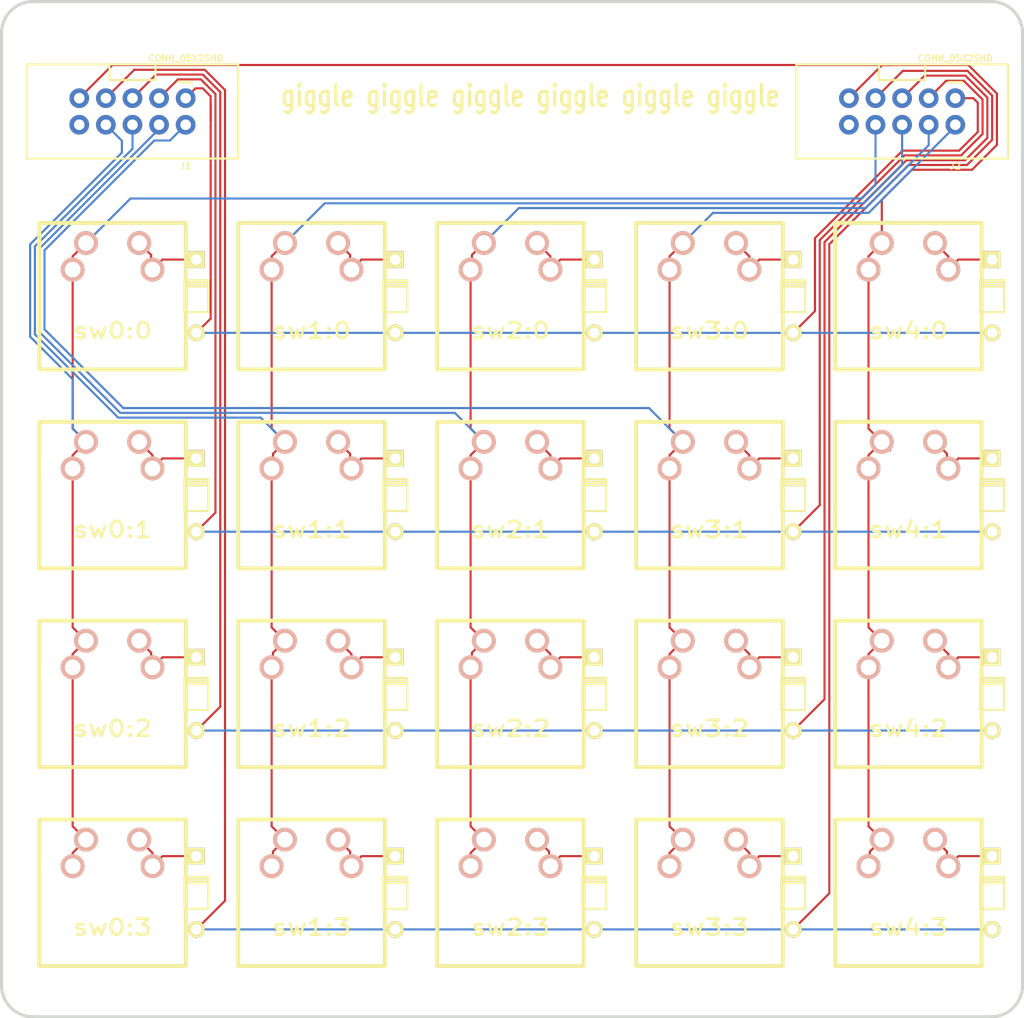
<source format=kicad_pcb>
(kicad_pcb (version 20171130) (host pcbnew "(5.1.2)-2")

  (general
    (thickness 1.6002)
    (drawings 19)
    (tracks 584)
    (zones 0)
    (modules 85)
    (nets 58)
  )

  (page A4)
  (title_block
    (date "14 oct 2019")
  )

  (layers
    (0 Front signal)
    (31 Back signal)
    (32 B.Adhes user)
    (33 F.Adhes user)
    (34 B.Paste user)
    (35 F.Paste user)
    (36 B.SilkS user)
    (37 F.SilkS user)
    (38 B.Mask user)
    (39 F.Mask user)
    (40 Dwgs.User user)
    (41 Cmts.User user)
    (42 Eco1.User user)
    (43 Eco2.User user)
    (44 Edge.Cuts user)
    (45 Margin user)
    (46 B.CrtYd user)
    (47 F.CrtYd user)
  )

  (setup
    (last_trace_width 0.254)
    (trace_clearance 0.254)
    (zone_clearance 0.508)
    (zone_45_only no)
    (trace_min 0.2032)
    (via_size 0.889)
    (via_drill 0.635)
    (via_min_size 0.889)
    (via_min_drill 0.508)
    (uvia_size 0.508)
    (uvia_drill 0.127)
    (uvias_allowed no)
    (uvia_min_size 0.508)
    (uvia_min_drill 0.127)
    (edge_width 0.381)
    (segment_width 0.381)
    (pcb_text_width 0.3048)
    (pcb_text_size 1.524 2.032)
    (mod_edge_width 0.381)
    (mod_text_size 1.524 1.524)
    (mod_text_width 0.3048)
    (pad_size 1.7526 1.7526)
    (pad_drill 1.0922)
    (pad_to_mask_clearance 0.254)
    (aux_axis_origin 0 0)
    (visible_elements 7FFFFFFF)
    (pcbplotparams
      (layerselection 0x0ffff_ffffffff)
      (usegerberextensions true)
      (usegerberattributes false)
      (usegerberadvancedattributes false)
      (creategerberjobfile false)
      (excludeedgelayer true)
      (linewidth 0.150000)
      (plotframeref false)
      (viasonmask false)
      (mode 1)
      (useauxorigin false)
      (hpglpennumber 1)
      (hpglpenspeed 20)
      (hpglpendiameter 15.000000)
      (psnegative false)
      (psa4output false)
      (plotreference true)
      (plotvalue true)
      (plotinvisibletext false)
      (padsonsilk false)
      (subtractmaskfromsilk false)
      (outputformat 1)
      (mirror false)
      (drillshape 0)
      (scaleselection 1)
      (outputdirectory "giggle-side-gbr/"))
  )

  (gr_text "giggle giggle giggle giggle giggle giggle" (at 78 37) (layer F.SilkS)
    (effects (font (size 2.032 1.524) (thickness 0.3048)))
  )
(net 0 "")
(net 1 N-row-0)
(net 2 N-row-1)
(net 3 N-row-2)
(net 4 N-row-3)
(net 5 N-col-0)
(net 6 N-col-1)
(net 7 N-col-2)
(net 8 N-col-3)
(net 9 N-col-4)
(net 10 N-col-5)
(net 11 N-col-6)
(net 12 N-col-7)
(net 13 N-col-8)
(net 14 N-col-9)
(net 15 N-col-10)
(net 16 N-col-11)
(net 17 N-col-12)
(net 18 N-col-13)
(net 19 N-diode-0)
(net 20 N-diode-1)
(net 21 N-diode-2)
(net 22 N-diode-3)
(net 23 N-diode-4)
(net 24 N-diode-5)
(net 25 N-diode-6)
(net 26 N-diode-7)
(net 27 N-diode-8)
(net 28 N-diode-9)
(net 29 N-diode-10)
(net 30 N-diode-11)
(net 31 N-diode-12)
(net 32 N-diode-13)
(net 33 N-diode-14)
(net 34 N-diode-15)
(net 35 N-diode-16)
(net 36 N-diode-17)
(net 37 N-diode-18)
(net 38 N-diode-19)
(net 39 N-diode-20)
(net 40 N-diode-21)
(net 41 N-diode-22)
(net 42 N-diode-23)
(net 43 N-diode-24)
(net 44 N-diode-25)
(net 45 N-diode-26)
(net 46 N-diode-27)
(net 47 N-diode-28)
(net 48 N-diode-29)
(net 49 N-diode-30)
(net 50 N-diode-31)
(net 51 N-diode-32)
(net 52 N-diode-33)
(net 53 N-diode-34)
(net 54 N-diode-35)
(net 55 N-diode-36)
(net 56 N-diode-37)
(net 57 N-diode-38)
(net 58 N-diode-39)
(net 59 N-diode-40)
(net 60 N-diode-41)
(net 61 N-diode-42)
(net 62 N-diode-43)
(net 63 N-diode-44)
(net 64 N-diode-45)
(net 65 N-diode-46)
(net 66 N-diode-47)
(net 67 N-diode-48)
(net 68 N-diode-49)
(net 69 N-diode-50)
(net 70 N-diode-51)
(net 71 N-diode-52)
(net 72 N-diode-53)
(net 73 N-diode-54)
(net 74 N-diode-55)
(net_class
 Default
 "This is the default net class."
 (clearance 0.254)
 (trace_width 0.2032)
 (via_dia 0.889)
 (via_drill 0.635)
 (uvia_dia 0.508)
 (uvia_drill 0.127)
 (add_net "")
 (add_net N-row-0)
 (add_net N-row-1)
 (add_net N-row-2)
 (add_net N-row-3)
 (add_net N-col-0)
 (add_net N-col-1)
 (add_net N-col-2)
 (add_net N-col-3)
 (add_net N-col-4)
 (add_net N-col-5)
 (add_net N-col-6)
 (add_net N-col-7)
 (add_net N-col-8)
 (add_net N-col-9)
 (add_net N-col-10)
 (add_net N-col-11)
 (add_net N-col-12)
 (add_net N-col-13)
 (add_net N-diode-0)
 (add_net N-diode-1)
 (add_net N-diode-2)
 (add_net N-diode-3)
 (add_net N-diode-4)
 (add_net N-diode-5)
 (add_net N-diode-6)
 (add_net N-diode-7)
 (add_net N-diode-8)
 (add_net N-diode-9)
 (add_net N-diode-10)
 (add_net N-diode-11)
 (add_net N-diode-12)
 (add_net N-diode-13)
 (add_net N-diode-14)
 (add_net N-diode-15)
 (add_net N-diode-16)
 (add_net N-diode-17)
 (add_net N-diode-18)
 (add_net N-diode-19)
 (add_net N-diode-20)
 (add_net N-diode-21)
 (add_net N-diode-22)
 (add_net N-diode-23)
 (add_net N-diode-24)
 (add_net N-diode-25)
 (add_net N-diode-26)
 (add_net N-diode-27)
 (add_net N-diode-28)
 (add_net N-diode-29)
 (add_net N-diode-30)
 (add_net N-diode-31)
 (add_net N-diode-32)
 (add_net N-diode-33)
 (add_net N-diode-34)
 (add_net N-diode-35)
 (add_net N-diode-36)
 (add_net N-diode-37)
 (add_net N-diode-38)
 (add_net N-diode-39)
 (add_net N-diode-40)
 (add_net N-diode-41)
 (add_net N-diode-42)
 (add_net N-diode-43)
 (add_net N-diode-44)
 (add_net N-diode-45)
 (add_net N-diode-46)
 (add_net N-diode-47)
 (add_net N-diode-48)
 (add_net N-diode-49)
 (add_net N-diode-50)
 (add_net N-diode-51)
 (add_net N-diode-52)
 (add_net N-diode-53)
 (add_net N-diode-54)
 (add_net N-diode-55))
(module connector-shrouded (layer F.Cu)
  (tedit 200000)
  (at 40 38.5 270)
  (descr "PLATED THROUGH HOLE - 2X5 SHROUDED HEADER")
  (tags "PLATED THROUGH HOLE - 2X5 SHROUDED HEADER")
  (attr virtual)
  (fp_text
   reference
   "J1"
   (at 5.207 -5.08)
   (layer F.SilkS)
   (effects (font (size 0.6096 0.6096) (thickness 0.127))))
  (fp_text
   value
   "CONN_05X2SHD"
   (at -5.08 -5.08)
   (layer F.SilkS)
   (effects (font (size 0.6096 0.6096) (thickness 0.127))))
  (fp_line
   (start -1.524 -4.826)
   (end -1.016 -4.826)
   (layer Dwgs.User)
   (width 0.06604))
  (fp_line
   (start -1.016 -4.826)
   (end -1.016 -5.334)
   (layer Dwgs.User)
   (width 0.06604))
  (fp_line
   (start -1.524 -5.334)
   (end -1.016 -5.334)
   (layer Dwgs.User)
   (width 0.06604))
  (fp_line
   (start -1.524 -4.826)
   (end -1.524 -5.334)
   (layer Dwgs.User)
   (width 0.06604))
  (fp_line
   (start 1.016 -4.826)
   (end 1.524 -4.826)
   (layer Dwgs.User)
   (width 0.06604))
  (fp_line
   (start 1.524 -4.826)
   (end 1.524 -5.334)
   (layer Dwgs.User)
   (width 0.06604))
  (fp_line
   (start 1.016 -5.334)
   (end 1.524 -5.334)
   (layer Dwgs.User)
   (width 0.06604))
  (fp_line
   (start 1.016 -4.826)
   (end 1.016 -5.334)
   (layer Dwgs.User)
   (width 0.06604))
  (fp_line
   (start 1.016 -2.286)
   (end 1.524 -2.286)
   (layer Dwgs.User)
   (width 0.06604))
  (fp_line
   (start 1.524 -2.286)
   (end 1.524 -2.794)
   (layer Dwgs.User)
   (width 0.06604))
  (fp_line
   (start 1.016 -2.794)
   (end 1.524 -2.794)
   (layer Dwgs.User)
   (width 0.06604))
  (fp_line
   (start 1.016 -2.286)
   (end 1.016 -2.794)
   (layer Dwgs.User)
   (width 0.06604))
  (fp_line
   (start -1.524 -2.286)
   (end -1.016 -2.286)
   (layer Dwgs.User)
   (width 0.06604))
  (fp_line
   (start -1.016 -2.286)
   (end -1.016 -2.794)
   (layer Dwgs.User)
   (width 0.06604))
  (fp_line
   (start -1.524 -2.794)
   (end -1.016 -2.794)
   (layer Dwgs.User)
   (width 0.06604))
  (fp_line
   (start -1.524 -2.286)
   (end -1.524 -2.794)
   (layer Dwgs.User)
   (width 0.06604))
  (fp_line
   (start 1.016 0.254)
   (end 1.524 0.254)
   (layer Dwgs.User)
   (width 0.06604))
  (fp_line
   (start 1.524 0.254)
   (end 1.524 -0.254)
   (layer Dwgs.User)
   (width 0.06604))
  (fp_line
   (start 1.016 -0.254)
   (end 1.524 -0.254)
   (layer Dwgs.User)
   (width 0.06604))
  (fp_line
   (start 1.016 0.254)
   (end 1.016 -0.254)
   (layer Dwgs.User)
   (width 0.06604))
  (fp_line
   (start -1.524 0.254)
   (end -1.016 0.254)
   (layer Dwgs.User)
   (width 0.06604))
  (fp_line
   (start -1.016 0.254)
   (end -1.016 -0.254)
   (layer Dwgs.User)
   (width 0.06604))
  (fp_line
   (start -1.524 -0.254)
   (end -1.016 -0.254)
   (layer Dwgs.User)
   (width 0.06604))
  (fp_line
   (start -1.524 0.254)
   (end -1.524 -0.254)
   (layer Dwgs.User)
   (width 0.06604))
  (fp_line
   (start 1.016 2.794)
   (end 1.524 2.794)
   (layer Dwgs.User)
   (width 0.06604))
  (fp_line
   (start 1.524 2.794)
   (end 1.524 2.286)
   (layer Dwgs.User)
   (width 0.06604))
  (fp_line
   (start 1.016 2.286)
   (end 1.524 2.286)
   (layer Dwgs.User)
   (width 0.06604))
  (fp_line
   (start 1.016 2.794)
   (end 1.016 2.286)
   (layer Dwgs.User)
   (width 0.06604))
  (fp_line
   (start -1.524 2.794)
   (end -1.016 2.794)
   (layer Dwgs.User)
   (width 0.06604))
  (fp_line
   (start -1.016 2.794)
   (end -1.016 2.286)
   (layer Dwgs.User)
   (width 0.06604))
  (fp_line
   (start -1.524 2.286)
   (end -1.016 2.286)
   (layer Dwgs.User)
   (width 0.06604))
  (fp_line
   (start -1.524 2.794)
   (end -1.524 2.286)
   (layer Dwgs.User)
   (width 0.06604))
  (fp_line
   (start 1.016 5.334)
   (end 1.524 5.334)
   (layer Dwgs.User)
   (width 0.06604))
  (fp_line
   (start 1.524 5.334)
   (end 1.524 4.826)
   (layer Dwgs.User)
   (width 0.06604))
  (fp_line
   (start 1.016 4.826)
   (end 1.524 4.826)
   (layer Dwgs.User)
   (width 0.06604))
  (fp_line
   (start 1.016 5.334)
   (end 1.016 4.826)
   (layer Dwgs.User)
   (width 0.06604))
  (fp_line
   (start -1.524 5.334)
   (end -1.016 5.334)
   (layer Dwgs.User)
   (width 0.06604))
  (fp_line
   (start -1.016 5.334)
   (end -1.016 4.826)
   (layer Dwgs.User)
   (width 0.06604))
  (fp_line
   (start -1.524 4.826)
   (end -1.016 4.826)
   (layer Dwgs.User)
   (width 0.06604))
  (fp_line
   (start -1.524 5.334)
   (end -1.524 4.826)
   (layer Dwgs.User)
   (width 0.06604))
  (fp_line
   (start -1.524 2.794)
   (end -1.016 2.794)
   (layer Dwgs.User)
   (width 0.06604))
  (fp_line
   (start -1.016 2.794)
   (end -1.016 2.286)
   (layer Dwgs.User)
   (width 0.06604))
  (fp_line
   (start -1.524 2.286)
   (end -1.016 2.286)
   (layer Dwgs.User)
   (width 0.06604))
  (fp_line
   (start -1.524 2.794)
   (end -1.524 2.286)
   (layer Dwgs.User)
   (width 0.06604))
  (fp_line
   (start 1.016 2.794)
   (end 1.524 2.794)
   (layer Dwgs.User)
   (width 0.06604))
  (fp_line
   (start 1.524 2.794)
   (end 1.524 2.286)
   (layer Dwgs.User)
   (width 0.06604))
  (fp_line
   (start 1.016 2.286)
   (end 1.524 2.286)
   (layer Dwgs.User)
   (width 0.06604))
  (fp_line
   (start 1.016 2.794)
   (end 1.016 2.286)
   (layer Dwgs.User)
   (width 0.06604))
  (fp_line
   (start -2.77368 -5.715)
   (end -2.77368 -4.445)
   (layer F.SilkS)
   (width 0.2032))
  (fp_line
   (start 4.49834 -10.09904)
   (end 4.49834 10.09904)
   (layer F.SilkS)
   (width 0.2032))
  (fp_line
   (start -4.49834 10.09904)
   (end -4.49834 2.19964)
   (layer F.SilkS)
   (width 0.2032))
  (fp_line
   (start -4.49834 2.19964)
   (end -4.49834 -2.19964)
   (layer F.SilkS)
   (width 0.2032))
  (fp_line
   (start -4.49834 -2.19964)
   (end -4.49834 -10.09904)
   (layer F.SilkS)
   (width 0.2032))
  (fp_line
   (start -4.49834 -10.09904)
   (end 4.39928 -10.09904)
   (layer F.SilkS)
   (width 0.2032))
  (fp_line
   (start 4.49834 10.09904)
   (end -4.49834 10.09904)
   (layer F.SilkS)
   (width 0.2032))
  (fp_line
   (start -3.39852 -8.99922)
   (end 3.39852 -8.99922)
   (layer Dwgs.User)
   (width 0.2032))
  (fp_line
   (start 3.39852 -8.99922)
   (end 3.39852 8.99922)
   (layer Dwgs.User)
   (width 0.2032))
  (fp_line
   (start -3.39852 8.99922)
   (end 3.39852 8.99922)
   (layer Dwgs.User)
   (width 0.2032))
  (fp_line
   (start -4.49834 -2.19964)
   (end -2.99974 -2.19964)
   (layer F.SilkS)
   (width 0.2032))
  (fp_line
   (start -2.99974 -2.19964)
   (end -2.99974 2.19964)
   (layer F.SilkS)
   (width 0.2032))
  (fp_line
   (start -2.99974 2.19964)
   (end -4.49834 2.19964)
   (layer F.SilkS)
   (width 0.2032))
  (fp_line
   (start -3.39852 -8.99922)
   (end -3.39852 -2.19964)
   (layer Dwgs.User)
   (width 0.2032))
  (fp_line
   (start -3.39852 8.99922)
   (end -3.39852 2.19964)
   (layer Dwgs.User)
   (width 0.2032))
  (fp_line
   (start -2.81178 -5.715)
   (end -2.81178 -4.445)
   (layer F.SilkS)
   (width 0.2032))
  (pad
   1
   thru_hole
   circle
   (at -1.27 -5.08)
   (size 1.8796 1.8796)
   (drill 1.016)
   (layers *.Cu *.Mask)
   (net 1 N-row-0)
   (solder_mask_margin 0.1016))
  (pad
   2
   thru_hole
   circle
   (at 1.27 -5.08)
   (size 1.8796 1.8796)
   (drill 1.016)
   (layers *.Cu *.Mask)
   (net 8 N-col-3)
   (solder_mask_margin 0.1016))
  (pad
   3
   thru_hole
   circle
   (at -1.27 -2.54)
   (size 1.8796 1.8796)
   (drill 1.016)
   (layers *.Cu *.Mask)
   (net 2 N-row-1)
   (solder_mask_margin 0.1016))
  (pad
   4
   thru_hole
   circle
   (at 1.27 -2.54)
   (size 1.8796 1.8796)
   (drill 1.016)
   (layers *.Cu *.Mask)
   (net 7 N-col-2)
   (solder_mask_margin 0.1016))
  (pad
   5
   thru_hole
   circle
   (at -1.27 0)
   (size 1.8796 1.8796)
   (drill 1.016)
   (layers *.Cu *.Mask)
   (net 3 N-row-2)
   (solder_mask_margin 0.1016))
  (pad
   6
   thru_hole
   circle
   (at 1.27 0)
   (size 1.8796 1.8796)
   (drill 1.016)
   (layers *.Cu *.Mask)
   (net 6 N-col-1)
   (solder_mask_margin 0.1016))
  (pad
   7
   thru_hole
   circle
   (at -1.27 2.54)
   (size 1.8796 1.8796)
   (drill 1.016)
   (layers *.Cu *.Mask)
   (net 4 N-row-3)
   (solder_mask_margin 0.1016))
  (pad
   8
   thru_hole
   circle
   (at 1.27 2.54)
   (size 1.8796 1.8796)
   (drill 1.016)
   (layers *.Cu *.Mask)
   (net 5 N-col-0)
   (solder_mask_margin 0.1016))
  (pad
   9
   thru_hole
   circle
   (at -1.27 5.08)
   (size 1.8796 1.8796)
   (drill 1.016)
   (layers *.Cu *.Mask)
   (net 9 N-col-4)
   (solder_mask_margin 0.1016))
  (pad
   10
   thru_hole
   circle
   (at 1.27 5.08)
   (size 1.8796 1.8796)
   (drill 1.016)
   (layers *.Cu *.Mask)
   (solder_mask_margin 0.1016)))
(module connector-shrouded (layer F.Cu)
  (tedit 200000)
  (at 113.5 38.5 270)
  (descr "PLATED THROUGH HOLE - 2X5 SHROUDED HEADER")
  (tags "PLATED THROUGH HOLE - 2X5 SHROUDED HEADER")
  (attr virtual)
  (fp_text
   reference
   "J2"
   (at 5.207 -5.08)
   (layer F.SilkS)
   (effects (font (size 0.6096 0.6096) (thickness 0.127))))
  (fp_text
   value
   "CONN_05X2SHD"
   (at -5.08 -5.08)
   (layer F.SilkS)
   (effects (font (size 0.6096 0.6096) (thickness 0.127))))
  (fp_line
   (start -1.524 -4.826)
   (end -1.016 -4.826)
   (layer Dwgs.User)
   (width 0.06604))
  (fp_line
   (start -1.016 -4.826)
   (end -1.016 -5.334)
   (layer Dwgs.User)
   (width 0.06604))
  (fp_line
   (start -1.524 -5.334)
   (end -1.016 -5.334)
   (layer Dwgs.User)
   (width 0.06604))
  (fp_line
   (start -1.524 -4.826)
   (end -1.524 -5.334)
   (layer Dwgs.User)
   (width 0.06604))
  (fp_line
   (start 1.016 -4.826)
   (end 1.524 -4.826)
   (layer Dwgs.User)
   (width 0.06604))
  (fp_line
   (start 1.524 -4.826)
   (end 1.524 -5.334)
   (layer Dwgs.User)
   (width 0.06604))
  (fp_line
   (start 1.016 -5.334)
   (end 1.524 -5.334)
   (layer Dwgs.User)
   (width 0.06604))
  (fp_line
   (start 1.016 -4.826)
   (end 1.016 -5.334)
   (layer Dwgs.User)
   (width 0.06604))
  (fp_line
   (start 1.016 -2.286)
   (end 1.524 -2.286)
   (layer Dwgs.User)
   (width 0.06604))
  (fp_line
   (start 1.524 -2.286)
   (end 1.524 -2.794)
   (layer Dwgs.User)
   (width 0.06604))
  (fp_line
   (start 1.016 -2.794)
   (end 1.524 -2.794)
   (layer Dwgs.User)
   (width 0.06604))
  (fp_line
   (start 1.016 -2.286)
   (end 1.016 -2.794)
   (layer Dwgs.User)
   (width 0.06604))
  (fp_line
   (start -1.524 -2.286)
   (end -1.016 -2.286)
   (layer Dwgs.User)
   (width 0.06604))
  (fp_line
   (start -1.016 -2.286)
   (end -1.016 -2.794)
   (layer Dwgs.User)
   (width 0.06604))
  (fp_line
   (start -1.524 -2.794)
   (end -1.016 -2.794)
   (layer Dwgs.User)
   (width 0.06604))
  (fp_line
   (start -1.524 -2.286)
   (end -1.524 -2.794)
   (layer Dwgs.User)
   (width 0.06604))
  (fp_line
   (start 1.016 0.254)
   (end 1.524 0.254)
   (layer Dwgs.User)
   (width 0.06604))
  (fp_line
   (start 1.524 0.254)
   (end 1.524 -0.254)
   (layer Dwgs.User)
   (width 0.06604))
  (fp_line
   (start 1.016 -0.254)
   (end 1.524 -0.254)
   (layer Dwgs.User)
   (width 0.06604))
  (fp_line
   (start 1.016 0.254)
   (end 1.016 -0.254)
   (layer Dwgs.User)
   (width 0.06604))
  (fp_line
   (start -1.524 0.254)
   (end -1.016 0.254)
   (layer Dwgs.User)
   (width 0.06604))
  (fp_line
   (start -1.016 0.254)
   (end -1.016 -0.254)
   (layer Dwgs.User)
   (width 0.06604))
  (fp_line
   (start -1.524 -0.254)
   (end -1.016 -0.254)
   (layer Dwgs.User)
   (width 0.06604))
  (fp_line
   (start -1.524 0.254)
   (end -1.524 -0.254)
   (layer Dwgs.User)
   (width 0.06604))
  (fp_line
   (start 1.016 2.794)
   (end 1.524 2.794)
   (layer Dwgs.User)
   (width 0.06604))
  (fp_line
   (start 1.524 2.794)
   (end 1.524 2.286)
   (layer Dwgs.User)
   (width 0.06604))
  (fp_line
   (start 1.016 2.286)
   (end 1.524 2.286)
   (layer Dwgs.User)
   (width 0.06604))
  (fp_line
   (start 1.016 2.794)
   (end 1.016 2.286)
   (layer Dwgs.User)
   (width 0.06604))
  (fp_line
   (start -1.524 2.794)
   (end -1.016 2.794)
   (layer Dwgs.User)
   (width 0.06604))
  (fp_line
   (start -1.016 2.794)
   (end -1.016 2.286)
   (layer Dwgs.User)
   (width 0.06604))
  (fp_line
   (start -1.524 2.286)
   (end -1.016 2.286)
   (layer Dwgs.User)
   (width 0.06604))
  (fp_line
   (start -1.524 2.794)
   (end -1.524 2.286)
   (layer Dwgs.User)
   (width 0.06604))
  (fp_line
   (start 1.016 5.334)
   (end 1.524 5.334)
   (layer Dwgs.User)
   (width 0.06604))
  (fp_line
   (start 1.524 5.334)
   (end 1.524 4.826)
   (layer Dwgs.User)
   (width 0.06604))
  (fp_line
   (start 1.016 4.826)
   (end 1.524 4.826)
   (layer Dwgs.User)
   (width 0.06604))
  (fp_line
   (start 1.016 5.334)
   (end 1.016 4.826)
   (layer Dwgs.User)
   (width 0.06604))
  (fp_line
   (start -1.524 5.334)
   (end -1.016 5.334)
   (layer Dwgs.User)
   (width 0.06604))
  (fp_line
   (start -1.016 5.334)
   (end -1.016 4.826)
   (layer Dwgs.User)
   (width 0.06604))
  (fp_line
   (start -1.524 4.826)
   (end -1.016 4.826)
   (layer Dwgs.User)
   (width 0.06604))
  (fp_line
   (start -1.524 5.334)
   (end -1.524 4.826)
   (layer Dwgs.User)
   (width 0.06604))
  (fp_line
   (start -1.524 2.794)
   (end -1.016 2.794)
   (layer Dwgs.User)
   (width 0.06604))
  (fp_line
   (start -1.016 2.794)
   (end -1.016 2.286)
   (layer Dwgs.User)
   (width 0.06604))
  (fp_line
   (start -1.524 2.286)
   (end -1.016 2.286)
   (layer Dwgs.User)
   (width 0.06604))
  (fp_line
   (start -1.524 2.794)
   (end -1.524 2.286)
   (layer Dwgs.User)
   (width 0.06604))
  (fp_line
   (start 1.016 2.794)
   (end 1.524 2.794)
   (layer Dwgs.User)
   (width 0.06604))
  (fp_line
   (start 1.524 2.794)
   (end 1.524 2.286)
   (layer Dwgs.User)
   (width 0.06604))
  (fp_line
   (start 1.016 2.286)
   (end 1.524 2.286)
   (layer Dwgs.User)
   (width 0.06604))
  (fp_line
   (start 1.016 2.794)
   (end 1.016 2.286)
   (layer Dwgs.User)
   (width 0.06604))
  (fp_line
   (start -2.77368 -5.715)
   (end -2.77368 -4.445)
   (layer F.SilkS)
   (width 0.2032))
  (fp_line
   (start 4.49834 -10.09904)
   (end 4.49834 10.09904)
   (layer F.SilkS)
   (width 0.2032))
  (fp_line
   (start -4.49834 10.09904)
   (end -4.49834 2.19964)
   (layer F.SilkS)
   (width 0.2032))
  (fp_line
   (start -4.49834 2.19964)
   (end -4.49834 -2.19964)
   (layer F.SilkS)
   (width 0.2032))
  (fp_line
   (start -4.49834 -2.19964)
   (end -4.49834 -10.09904)
   (layer F.SilkS)
   (width 0.2032))
  (fp_line
   (start -4.49834 -10.09904)
   (end 4.39928 -10.09904)
   (layer F.SilkS)
   (width 0.2032))
  (fp_line
   (start 4.49834 10.09904)
   (end -4.49834 10.09904)
   (layer F.SilkS)
   (width 0.2032))
  (fp_line
   (start -3.39852 -8.99922)
   (end 3.39852 -8.99922)
   (layer Dwgs.User)
   (width 0.2032))
  (fp_line
   (start 3.39852 -8.99922)
   (end 3.39852 8.99922)
   (layer Dwgs.User)
   (width 0.2032))
  (fp_line
   (start -3.39852 8.99922)
   (end 3.39852 8.99922)
   (layer Dwgs.User)
   (width 0.2032))
  (fp_line
   (start -4.49834 -2.19964)
   (end -2.99974 -2.19964)
   (layer F.SilkS)
   (width 0.2032))
  (fp_line
   (start -2.99974 -2.19964)
   (end -2.99974 2.19964)
   (layer F.SilkS)
   (width 0.2032))
  (fp_line
   (start -2.99974 2.19964)
   (end -4.49834 2.19964)
   (layer F.SilkS)
   (width 0.2032))
  (fp_line
   (start -3.39852 -8.99922)
   (end -3.39852 -2.19964)
   (layer Dwgs.User)
   (width 0.2032))
  (fp_line
   (start -3.39852 8.99922)
   (end -3.39852 2.19964)
   (layer Dwgs.User)
   (width 0.2032))
  (fp_line
   (start -2.81178 -5.715)
   (end -2.81178 -4.445)
   (layer F.SilkS)
   (width 0.2032))
  (pad
   1
   thru_hole
   circle
   (at -1.27 -5.08)
   (size 1.8796 1.8796)
   (drill 1.016)
   (layers *.Cu *.Mask)
   (net 1 N-row-0)
   (solder_mask_margin 0.1016))
  (pad
   2
   thru_hole
   circle
   (at 1.27 -5.08)
   (size 1.8796 1.8796)
   (drill 1.016)
   (layers *.Cu *.Mask)
   (net 8 N-col-3)
   (solder_mask_margin 0.1016))
  (pad
   3
   thru_hole
   circle
   (at -1.27 -2.54)
   (size 1.8796 1.8796)
   (drill 1.016)
   (layers *.Cu *.Mask)
   (net 2 N-row-1)
   (solder_mask_margin 0.1016))
  (pad
   4
   thru_hole
   circle
   (at 1.27 -2.54)
   (size 1.8796 1.8796)
   (drill 1.016)
   (layers *.Cu *.Mask)
   (net 7 N-col-2)
   (solder_mask_margin 0.1016))
  (pad
   5
   thru_hole
   circle
   (at -1.27 0)
   (size 1.8796 1.8796)
   (drill 1.016)
   (layers *.Cu *.Mask)
   (net 3 N-row-2)
   (solder_mask_margin 0.1016))
  (pad
   6
   thru_hole
   circle
   (at 1.27 0)
   (size 1.8796 1.8796)
   (drill 1.016)
   (layers *.Cu *.Mask)
   (net 6 N-col-1)
   (solder_mask_margin 0.1016))
  (pad
   7
   thru_hole
   circle
   (at -1.27 2.54)
   (size 1.8796 1.8796)
   (drill 1.016)
   (layers *.Cu *.Mask)
   (net 4 N-row-3)
   (solder_mask_margin 0.1016))
  (pad
   8
   thru_hole
   circle
   (at 1.27 2.54)
   (size 1.8796 1.8796)
   (drill 1.016)
   (layers *.Cu *.Mask)
   (net 5 N-col-0)
   (solder_mask_margin 0.1016))
  (pad
   9
   thru_hole
   circle
   (at -1.27 5.08)
   (size 1.8796 1.8796)
   (drill 1.016)
   (layers *.Cu *.Mask)
   (net 9 N-col-4)
   (solder_mask_margin 0.1016))
  (pad
   10
   thru_hole
   circle
   (at 1.27 5.08)
   (size 1.8796 1.8796)
   (drill 1.016)
   (layers *.Cu *.Mask)
   (solder_mask_margin 0.1016)))
(gr_line (start 122 28) (end 30.5 28) (angle 90) (layer Edge.Cuts) (width 0.3))
(gr_line (start 125 31) (end 125 122) (angle 90) (layer Edge.Cuts) (width 0.3))
(gr_line
 (start 27.5 31)
 (end 27.5 122)
 (angle 90)
 (layer Edge.Cuts)
 (width 0.3))
(gr_line
 (start 122 125)
 (end 30.5 125)
 (angle 90)
 (layer Edge.Cuts)
 (width 0.3))
(gr_arc (start 122 31) (end 125 31) (angle -90) (layer Edge.Cuts) (width 0.3))
(gr_arc
 (start 30.5 31)
 (end 30.5 28)
 (angle -90)
 (layer Edge.Cuts)
 (width 0.3))
(gr_arc
 (start 122 122)
 (end 122 125)
 (angle -90)
 (layer Edge.Cuts)
 (width 0.3))
(gr_arc
 (start 30.5 122)
 (end 27.5 122)
 (angle -90)
 (layer Edge.Cuts)
 (width 0.3))
(module MX_FLIP (layer Front)
  (tedit 4FD81CDD)
  (tstamp 543EF801)
  (at 38.1 56.15 0)
  (path /543DB910)
  (fp_text
   reference
   "sw0:0"
   (at 0 3.302 0)
   (layer F.SilkS)
   (effects (font (size 1.524 1.778) (thickness 0.254))))
  (fp_line (start -7 -7) (end 7 -7) (layer F.SilkS) (width 0.381))
  (fp_line (start 7 -7) (end 7 7) (layer F.SilkS) (width 0.381))
  (fp_line (start 7 7) (end -7 7) (layer F.SilkS) (width 0.381))
  (fp_line (start -7 7) (end -7 -7) (layer F.SilkS) (width 0.381))
  (fp_line (start -9.5 -9.5) (end 9.5 -9.5) (layer Dwgs.User) (width 0.381))
  (fp_line (start 9.5 -9.5) (end 9.5 9.5) (layer Dwgs.User) (width 0.381))
  (fp_line (start 9.5 9.5) (end -9.5 9.5) (layer Dwgs.User) (width 0.381))
  (fp_line (start -9.5 9.5) (end -9.5 -9.5) (layer Dwgs.User) (width 0.381))
  (pad 0 np_thru_hole circle (at 0 0) (size 3.9878 3.9878) (drill 3.9878))
  (pad 0 np_thru_hole circle (at -5.08 0) (size 1.7018 1.7018) (drill 1.7018))
  (pad 0 np_thru_hole circle (at 5.08 0) (size 1.7018 1.7018) (drill 1.7018))
  (pad
   1
   thru_hole
   circle
   (at 2.54 -5.08)
   (size 2.286 2.286)
   (drill 1.4986)
   (layers *.Cu *.SilkS *.Mask)
   (net 19 N-diode-0))
  (pad
   1
   thru_hole
   circle
   (at 3.81 -2.54)
   (size 2.286 2.286)
   (drill 1.4986)
   (layers *.Cu *.SilkS *.Mask)
   (net 19 N-diode-0))
  (pad
   2
   thru_hole
   circle
   (at -2.54 -5.08)
   (size 2.286 2.286)
   (drill 1.4986)
   (layers *.Cu *.SilkS *.Mask)
   (net 5 N-col-0))
  (pad
   2
   thru_hole
   circle
   (at -3.81 -2.54)
   (size 2.286 2.286)
   (drill 1.4986)
   (layers *.Cu *.SilkS *.Mask)
   (net 5 N-col-0)))
(module DIODE (layer Front)
  (tedit 4E0F7A99)
  (tstamp 543EF854)
  (at 46.1 56.15 90)
  (path /543DB90F)
  (fp_text
   reference
   "d0:0"
   (at 0 0 0)
   (layer F.SilkS)
   hide
   (effects (font (size 1.016 1.016) (thickness 0.2032))))
  (fp_line (start 0.9 1.1) (end 0.9 -1.1) (layer F.SilkS) (width 0.15))
  (fp_line (start 1.1 -1.1) (end 1.1 1.1) (layer F.SilkS) (width 0.15))
  (fp_line (start 1.3 -1) (end 1.3 -1.1) (layer F.SilkS) (width 0.15))
  (fp_line (start 1.3 -1.1) (end 1.3 -1) (layer F.SilkS) (width 0.15))
  (fp_line (start 1.3 1.1) (end 1.3 -1) (layer F.SilkS) (width 0.15))
  (fp_line
   (start -1.524 -1.143)
   (end 1.524 -1.143)
   (layer F.SilkS)
   (width 0.2032))
  (fp_line
   (start 1.524 -1.143)
   (end 1.524 1.143)
   (layer F.SilkS)
   (width 0.2032))
  (fp_line
   (start 1.524 1.143)
   (end -1.524 1.143)
   (layer F.SilkS)
   (width 0.2032))
  (fp_line
   (start -1.524 1.143)
   (end -1.524 -1.143)
   (layer F.SilkS)
   (width 0.2032))
  (pad
   1
   thru_hole
   rect
   (at 3.5 0 90)
   (size 1.6 1.6)
   (drill 1)
   (layers *.Cu *.Mask F.SilkS)
   (net 19 N-diode-0))
  (pad
   2
   thru_hole
   circle
   (at -3.5 0 90)
   (size 1.6 1.6)
   (drill 1)
   (layers *.Cu *.Mask F.SilkS)
   (net 1 N-row-0)))
(module MX_FLIP (layer Front)
  (tedit 4FD81CDD)
  (tstamp 543EF801)
  (at 38.1 75.15 0)
  (path /543DB910)
  (fp_text
   reference
   "sw0:1"
   (at 0 3.302 0)
   (layer F.SilkS)
   (effects (font (size 1.524 1.778) (thickness 0.254))))
  (fp_line (start -7 -7) (end 7 -7) (layer F.SilkS) (width 0.381))
  (fp_line (start 7 -7) (end 7 7) (layer F.SilkS) (width 0.381))
  (fp_line (start 7 7) (end -7 7) (layer F.SilkS) (width 0.381))
  (fp_line (start -7 7) (end -7 -7) (layer F.SilkS) (width 0.381))
  (fp_line (start -9.5 -9.5) (end 9.5 -9.5) (layer Dwgs.User) (width 0.381))
  (fp_line (start 9.5 -9.5) (end 9.5 9.5) (layer Dwgs.User) (width 0.381))
  (fp_line (start 9.5 9.5) (end -9.5 9.5) (layer Dwgs.User) (width 0.381))
  (fp_line (start -9.5 9.5) (end -9.5 -9.5) (layer Dwgs.User) (width 0.381))
  (pad 0 np_thru_hole circle (at 0 0) (size 3.9878 3.9878) (drill 3.9878))
  (pad 0 np_thru_hole circle (at -5.08 0) (size 1.7018 1.7018) (drill 1.7018))
  (pad 0 np_thru_hole circle (at 5.08 0) (size 1.7018 1.7018) (drill 1.7018))
  (pad
   1
   thru_hole
   circle
   (at 2.54 -5.08)
   (size 2.286 2.286)
   (drill 1.4986)
   (layers *.Cu *.SilkS *.Mask)
   (net 20 N-diode-1))
  (pad
   1
   thru_hole
   circle
   (at 3.81 -2.54)
   (size 2.286 2.286)
   (drill 1.4986)
   (layers *.Cu *.SilkS *.Mask)
   (net 20 N-diode-1))
  (pad
   2
   thru_hole
   circle
   (at -2.54 -5.08)
   (size 2.286 2.286)
   (drill 1.4986)
   (layers *.Cu *.SilkS *.Mask)
   (net 5 N-col-0))
  (pad
   2
   thru_hole
   circle
   (at -3.81 -2.54)
   (size 2.286 2.286)
   (drill 1.4986)
   (layers *.Cu *.SilkS *.Mask)
   (net 5 N-col-0)))
(module DIODE (layer Front)
  (tedit 4E0F7A99)
  (tstamp 543EF854)
  (at 46.1 75.15 90)
  (path /543DB90F)
  (fp_text
   reference
   "d0:1"
   (at 0 0 0)
   (layer F.SilkS)
   hide
   (effects (font (size 1.016 1.016) (thickness 0.2032))))
  (fp_line (start 0.9 1.1) (end 0.9 -1.1) (layer F.SilkS) (width 0.15))
  (fp_line (start 1.1 -1.1) (end 1.1 1.1) (layer F.SilkS) (width 0.15))
  (fp_line (start 1.3 -1) (end 1.3 -1.1) (layer F.SilkS) (width 0.15))
  (fp_line (start 1.3 -1.1) (end 1.3 -1) (layer F.SilkS) (width 0.15))
  (fp_line (start 1.3 1.1) (end 1.3 -1) (layer F.SilkS) (width 0.15))
  (fp_line
   (start -1.524 -1.143)
   (end 1.524 -1.143)
   (layer F.SilkS)
   (width 0.2032))
  (fp_line
   (start 1.524 -1.143)
   (end 1.524 1.143)
   (layer F.SilkS)
   (width 0.2032))
  (fp_line
   (start 1.524 1.143)
   (end -1.524 1.143)
   (layer F.SilkS)
   (width 0.2032))
  (fp_line
   (start -1.524 1.143)
   (end -1.524 -1.143)
   (layer F.SilkS)
   (width 0.2032))
  (pad
   1
   thru_hole
   rect
   (at 3.5 0 90)
   (size 1.6 1.6)
   (drill 1)
   (layers *.Cu *.Mask F.SilkS)
   (net 20 N-diode-1))
  (pad
   2
   thru_hole
   circle
   (at -3.5 0 90)
   (size 1.6 1.6)
   (drill 1)
   (layers *.Cu *.Mask F.SilkS)
   (net 2 N-row-1)))
(module MX_FLIP (layer Front)
  (tedit 4FD81CDD)
  (tstamp 543EF801)
  (at 38.1 94.15 0)
  (path /543DB910)
  (fp_text
   reference
   "sw0:2"
   (at 0 3.302 0)
   (layer F.SilkS)
   (effects (font (size 1.524 1.778) (thickness 0.254))))
  (fp_line (start -7 -7) (end 7 -7) (layer F.SilkS) (width 0.381))
  (fp_line (start 7 -7) (end 7 7) (layer F.SilkS) (width 0.381))
  (fp_line (start 7 7) (end -7 7) (layer F.SilkS) (width 0.381))
  (fp_line (start -7 7) (end -7 -7) (layer F.SilkS) (width 0.381))
  (fp_line (start -9.5 -9.5) (end 9.5 -9.5) (layer Dwgs.User) (width 0.381))
  (fp_line (start 9.5 -9.5) (end 9.5 9.5) (layer Dwgs.User) (width 0.381))
  (fp_line (start 9.5 9.5) (end -9.5 9.5) (layer Dwgs.User) (width 0.381))
  (fp_line (start -9.5 9.5) (end -9.5 -9.5) (layer Dwgs.User) (width 0.381))
  (pad 0 np_thru_hole circle (at 0 0) (size 3.9878 3.9878) (drill 3.9878))
  (pad 0 np_thru_hole circle (at -5.08 0) (size 1.7018 1.7018) (drill 1.7018))
  (pad 0 np_thru_hole circle (at 5.08 0) (size 1.7018 1.7018) (drill 1.7018))
  (pad
   1
   thru_hole
   circle
   (at 2.54 -5.08)
   (size 2.286 2.286)
   (drill 1.4986)
   (layers *.Cu *.SilkS *.Mask)
   (net 21 N-diode-2))
  (pad
   1
   thru_hole
   circle
   (at 3.81 -2.54)
   (size 2.286 2.286)
   (drill 1.4986)
   (layers *.Cu *.SilkS *.Mask)
   (net 21 N-diode-2))
  (pad
   2
   thru_hole
   circle
   (at -2.54 -5.08)
   (size 2.286 2.286)
   (drill 1.4986)
   (layers *.Cu *.SilkS *.Mask)
   (net 5 N-col-0))
  (pad
   2
   thru_hole
   circle
   (at -3.81 -2.54)
   (size 2.286 2.286)
   (drill 1.4986)
   (layers *.Cu *.SilkS *.Mask)
   (net 5 N-col-0)))
(module DIODE (layer Front)
  (tedit 4E0F7A99)
  (tstamp 543EF854)
  (at 46.1 94.15 90)
  (path /543DB90F)
  (fp_text
   reference
   "d0:2"
   (at 0 0 0)
   (layer F.SilkS)
   hide
   (effects (font (size 1.016 1.016) (thickness 0.2032))))
  (fp_line (start 0.9 1.1) (end 0.9 -1.1) (layer F.SilkS) (width 0.15))
  (fp_line (start 1.1 -1.1) (end 1.1 1.1) (layer F.SilkS) (width 0.15))
  (fp_line (start 1.3 -1) (end 1.3 -1.1) (layer F.SilkS) (width 0.15))
  (fp_line (start 1.3 -1.1) (end 1.3 -1) (layer F.SilkS) (width 0.15))
  (fp_line (start 1.3 1.1) (end 1.3 -1) (layer F.SilkS) (width 0.15))
  (fp_line
   (start -1.524 -1.143)
   (end 1.524 -1.143)
   (layer F.SilkS)
   (width 0.2032))
  (fp_line
   (start 1.524 -1.143)
   (end 1.524 1.143)
   (layer F.SilkS)
   (width 0.2032))
  (fp_line
   (start 1.524 1.143)
   (end -1.524 1.143)
   (layer F.SilkS)
   (width 0.2032))
  (fp_line
   (start -1.524 1.143)
   (end -1.524 -1.143)
   (layer F.SilkS)
   (width 0.2032))
  (pad
   1
   thru_hole
   rect
   (at 3.5 0 90)
   (size 1.6 1.6)
   (drill 1)
   (layers *.Cu *.Mask F.SilkS)
   (net 21 N-diode-2))
  (pad
   2
   thru_hole
   circle
   (at -3.5 0 90)
   (size 1.6 1.6)
   (drill 1)
   (layers *.Cu *.Mask F.SilkS)
   (net 3 N-row-2)))
(module MX_FLIP (layer Front)
  (tedit 4FD81CDD)
  (tstamp 543EF801)
  (at 38.1 113.15 0)
  (path /543DB910)
  (fp_text
   reference
   "sw0:3"
   (at 0 3.302 0)
   (layer F.SilkS)
   (effects (font (size 1.524 1.778) (thickness 0.254))))
  (fp_line (start -7 -7) (end 7 -7) (layer F.SilkS) (width 0.381))
  (fp_line (start 7 -7) (end 7 7) (layer F.SilkS) (width 0.381))
  (fp_line (start 7 7) (end -7 7) (layer F.SilkS) (width 0.381))
  (fp_line (start -7 7) (end -7 -7) (layer F.SilkS) (width 0.381))
  (fp_line (start -9.5 -9.5) (end 9.5 -9.5) (layer Dwgs.User) (width 0.381))
  (fp_line (start 9.5 -9.5) (end 9.5 9.5) (layer Dwgs.User) (width 0.381))
  (fp_line (start 9.5 9.5) (end -9.5 9.5) (layer Dwgs.User) (width 0.381))
  (fp_line (start -9.5 9.5) (end -9.5 -9.5) (layer Dwgs.User) (width 0.381))
  (pad 0 np_thru_hole circle (at 0 0) (size 3.9878 3.9878) (drill 3.9878))
  (pad 0 np_thru_hole circle (at -5.08 0) (size 1.7018 1.7018) (drill 1.7018))
  (pad 0 np_thru_hole circle (at 5.08 0) (size 1.7018 1.7018) (drill 1.7018))
  (pad
   1
   thru_hole
   circle
   (at 2.54 -5.08)
   (size 2.286 2.286)
   (drill 1.4986)
   (layers *.Cu *.SilkS *.Mask)
   (net 22 N-diode-3))
  (pad
   1
   thru_hole
   circle
   (at 3.81 -2.54)
   (size 2.286 2.286)
   (drill 1.4986)
   (layers *.Cu *.SilkS *.Mask)
   (net 22 N-diode-3))
  (pad
   2
   thru_hole
   circle
   (at -2.54 -5.08)
   (size 2.286 2.286)
   (drill 1.4986)
   (layers *.Cu *.SilkS *.Mask)
   (net 5 N-col-0))
  (pad
   2
   thru_hole
   circle
   (at -3.81 -2.54)
   (size 2.286 2.286)
   (drill 1.4986)
   (layers *.Cu *.SilkS *.Mask)
   (net 5 N-col-0)))
(module DIODE (layer Front)
  (tedit 4E0F7A99)
  (tstamp 543EF854)
  (at 46.1 113.15 90)
  (path /543DB90F)
  (fp_text
   reference
   "d0:3"
   (at 0 0 0)
   (layer F.SilkS)
   hide
   (effects (font (size 1.016 1.016) (thickness 0.2032))))
  (fp_line (start 0.9 1.1) (end 0.9 -1.1) (layer F.SilkS) (width 0.15))
  (fp_line (start 1.1 -1.1) (end 1.1 1.1) (layer F.SilkS) (width 0.15))
  (fp_line (start 1.3 -1) (end 1.3 -1.1) (layer F.SilkS) (width 0.15))
  (fp_line (start 1.3 -1.1) (end 1.3 -1) (layer F.SilkS) (width 0.15))
  (fp_line (start 1.3 1.1) (end 1.3 -1) (layer F.SilkS) (width 0.15))
  (fp_line
   (start -1.524 -1.143)
   (end 1.524 -1.143)
   (layer F.SilkS)
   (width 0.2032))
  (fp_line
   (start 1.524 -1.143)
   (end 1.524 1.143)
   (layer F.SilkS)
   (width 0.2032))
  (fp_line
   (start 1.524 1.143)
   (end -1.524 1.143)
   (layer F.SilkS)
   (width 0.2032))
  (fp_line
   (start -1.524 1.143)
   (end -1.524 -1.143)
   (layer F.SilkS)
   (width 0.2032))
  (pad
   1
   thru_hole
   rect
   (at 3.5 0 90)
   (size 1.6 1.6)
   (drill 1)
   (layers *.Cu *.Mask F.SilkS)
   (net 22 N-diode-3))
  (pad
   2
   thru_hole
   circle
   (at -3.5 0 90)
   (size 1.6 1.6)
   (drill 1)
   (layers *.Cu *.Mask F.SilkS)
   (net 4 N-row-3)))
(module MX_FLIP (layer Front)
  (tedit 4FD81CDD)
  (tstamp 543EF801)
  (at 57.1 56.15 0)
  (path /543DB910)
  (fp_text
   reference
   "sw1:0"
   (at 0 3.302 0)
   (layer F.SilkS)
   (effects (font (size 1.524 1.778) (thickness 0.254))))
  (fp_line (start -7 -7) (end 7 -7) (layer F.SilkS) (width 0.381))
  (fp_line (start 7 -7) (end 7 7) (layer F.SilkS) (width 0.381))
  (fp_line (start 7 7) (end -7 7) (layer F.SilkS) (width 0.381))
  (fp_line (start -7 7) (end -7 -7) (layer F.SilkS) (width 0.381))
  (fp_line (start -9.5 -9.5) (end 9.5 -9.5) (layer Dwgs.User) (width 0.381))
  (fp_line (start 9.5 -9.5) (end 9.5 9.5) (layer Dwgs.User) (width 0.381))
  (fp_line (start 9.5 9.5) (end -9.5 9.5) (layer Dwgs.User) (width 0.381))
  (fp_line (start -9.5 9.5) (end -9.5 -9.5) (layer Dwgs.User) (width 0.381))
  (pad 0 np_thru_hole circle (at 0 0) (size 3.9878 3.9878) (drill 3.9878))
  (pad 0 np_thru_hole circle (at -5.08 0) (size 1.7018 1.7018) (drill 1.7018))
  (pad 0 np_thru_hole circle (at 5.08 0) (size 1.7018 1.7018) (drill 1.7018))
  (pad
   1
   thru_hole
   circle
   (at 2.54 -5.08)
   (size 2.286 2.286)
   (drill 1.4986)
   (layers *.Cu *.SilkS *.Mask)
   (net 23 N-diode-4))
  (pad
   1
   thru_hole
   circle
   (at 3.81 -2.54)
   (size 2.286 2.286)
   (drill 1.4986)
   (layers *.Cu *.SilkS *.Mask)
   (net 23 N-diode-4))
  (pad
   2
   thru_hole
   circle
   (at -2.54 -5.08)
   (size 2.286 2.286)
   (drill 1.4986)
   (layers *.Cu *.SilkS *.Mask)
   (net 6 N-col-1))
  (pad
   2
   thru_hole
   circle
   (at -3.81 -2.54)
   (size 2.286 2.286)
   (drill 1.4986)
   (layers *.Cu *.SilkS *.Mask)
   (net 6 N-col-1)))
(module DIODE (layer Front)
  (tedit 4E0F7A99)
  (tstamp 543EF854)
  (at 65.1 56.15 90)
  (path /543DB90F)
  (fp_text
   reference
   "d1:0"
   (at 0 0 0)
   (layer F.SilkS)
   hide
   (effects (font (size 1.016 1.016) (thickness 0.2032))))
  (fp_line (start 0.9 1.1) (end 0.9 -1.1) (layer F.SilkS) (width 0.15))
  (fp_line (start 1.1 -1.1) (end 1.1 1.1) (layer F.SilkS) (width 0.15))
  (fp_line (start 1.3 -1) (end 1.3 -1.1) (layer F.SilkS) (width 0.15))
  (fp_line (start 1.3 -1.1) (end 1.3 -1) (layer F.SilkS) (width 0.15))
  (fp_line (start 1.3 1.1) (end 1.3 -1) (layer F.SilkS) (width 0.15))
  (fp_line
   (start -1.524 -1.143)
   (end 1.524 -1.143)
   (layer F.SilkS)
   (width 0.2032))
  (fp_line
   (start 1.524 -1.143)
   (end 1.524 1.143)
   (layer F.SilkS)
   (width 0.2032))
  (fp_line
   (start 1.524 1.143)
   (end -1.524 1.143)
   (layer F.SilkS)
   (width 0.2032))
  (fp_line
   (start -1.524 1.143)
   (end -1.524 -1.143)
   (layer F.SilkS)
   (width 0.2032))
  (pad
   1
   thru_hole
   rect
   (at 3.5 0 90)
   (size 1.6 1.6)
   (drill 1)
   (layers *.Cu *.Mask F.SilkS)
   (net 23 N-diode-4))
  (pad
   2
   thru_hole
   circle
   (at -3.5 0 90)
   (size 1.6 1.6)
   (drill 1)
   (layers *.Cu *.Mask F.SilkS)
   (net 1 N-row-0)))
(module MX_FLIP (layer Front)
  (tedit 4FD81CDD)
  (tstamp 543EF801)
  (at 57.1 75.15 0)
  (path /543DB910)
  (fp_text
   reference
   "sw1:1"
   (at 0 3.302 0)
   (layer F.SilkS)
   (effects (font (size 1.524 1.778) (thickness 0.254))))
  (fp_line (start -7 -7) (end 7 -7) (layer F.SilkS) (width 0.381))
  (fp_line (start 7 -7) (end 7 7) (layer F.SilkS) (width 0.381))
  (fp_line (start 7 7) (end -7 7) (layer F.SilkS) (width 0.381))
  (fp_line (start -7 7) (end -7 -7) (layer F.SilkS) (width 0.381))
  (fp_line (start -9.5 -9.5) (end 9.5 -9.5) (layer Dwgs.User) (width 0.381))
  (fp_line (start 9.5 -9.5) (end 9.5 9.5) (layer Dwgs.User) (width 0.381))
  (fp_line (start 9.5 9.5) (end -9.5 9.5) (layer Dwgs.User) (width 0.381))
  (fp_line (start -9.5 9.5) (end -9.5 -9.5) (layer Dwgs.User) (width 0.381))
  (pad 0 np_thru_hole circle (at 0 0) (size 3.9878 3.9878) (drill 3.9878))
  (pad 0 np_thru_hole circle (at -5.08 0) (size 1.7018 1.7018) (drill 1.7018))
  (pad 0 np_thru_hole circle (at 5.08 0) (size 1.7018 1.7018) (drill 1.7018))
  (pad
   1
   thru_hole
   circle
   (at 2.54 -5.08)
   (size 2.286 2.286)
   (drill 1.4986)
   (layers *.Cu *.SilkS *.Mask)
   (net 24 N-diode-5))
  (pad
   1
   thru_hole
   circle
   (at 3.81 -2.54)
   (size 2.286 2.286)
   (drill 1.4986)
   (layers *.Cu *.SilkS *.Mask)
   (net 24 N-diode-5))
  (pad
   2
   thru_hole
   circle
   (at -2.54 -5.08)
   (size 2.286 2.286)
   (drill 1.4986)
   (layers *.Cu *.SilkS *.Mask)
   (net 6 N-col-1))
  (pad
   2
   thru_hole
   circle
   (at -3.81 -2.54)
   (size 2.286 2.286)
   (drill 1.4986)
   (layers *.Cu *.SilkS *.Mask)
   (net 6 N-col-1)))
(module DIODE (layer Front)
  (tedit 4E0F7A99)
  (tstamp 543EF854)
  (at 65.1 75.15 90)
  (path /543DB90F)
  (fp_text
   reference
   "d1:1"
   (at 0 0 0)
   (layer F.SilkS)
   hide
   (effects (font (size 1.016 1.016) (thickness 0.2032))))
  (fp_line (start 0.9 1.1) (end 0.9 -1.1) (layer F.SilkS) (width 0.15))
  (fp_line (start 1.1 -1.1) (end 1.1 1.1) (layer F.SilkS) (width 0.15))
  (fp_line (start 1.3 -1) (end 1.3 -1.1) (layer F.SilkS) (width 0.15))
  (fp_line (start 1.3 -1.1) (end 1.3 -1) (layer F.SilkS) (width 0.15))
  (fp_line (start 1.3 1.1) (end 1.3 -1) (layer F.SilkS) (width 0.15))
  (fp_line
   (start -1.524 -1.143)
   (end 1.524 -1.143)
   (layer F.SilkS)
   (width 0.2032))
  (fp_line
   (start 1.524 -1.143)
   (end 1.524 1.143)
   (layer F.SilkS)
   (width 0.2032))
  (fp_line
   (start 1.524 1.143)
   (end -1.524 1.143)
   (layer F.SilkS)
   (width 0.2032))
  (fp_line
   (start -1.524 1.143)
   (end -1.524 -1.143)
   (layer F.SilkS)
   (width 0.2032))
  (pad
   1
   thru_hole
   rect
   (at 3.5 0 90)
   (size 1.6 1.6)
   (drill 1)
   (layers *.Cu *.Mask F.SilkS)
   (net 24 N-diode-5))
  (pad
   2
   thru_hole
   circle
   (at -3.5 0 90)
   (size 1.6 1.6)
   (drill 1)
   (layers *.Cu *.Mask F.SilkS)
   (net 2 N-row-1)))
(module MX_FLIP (layer Front)
  (tedit 4FD81CDD)
  (tstamp 543EF801)
  (at 57.1 94.15 0)
  (path /543DB910)
  (fp_text
   reference
   "sw1:2"
   (at 0 3.302 0)
   (layer F.SilkS)
   (effects (font (size 1.524 1.778) (thickness 0.254))))
  (fp_line (start -7 -7) (end 7 -7) (layer F.SilkS) (width 0.381))
  (fp_line (start 7 -7) (end 7 7) (layer F.SilkS) (width 0.381))
  (fp_line (start 7 7) (end -7 7) (layer F.SilkS) (width 0.381))
  (fp_line (start -7 7) (end -7 -7) (layer F.SilkS) (width 0.381))
  (fp_line (start -9.5 -9.5) (end 9.5 -9.5) (layer Dwgs.User) (width 0.381))
  (fp_line (start 9.5 -9.5) (end 9.5 9.5) (layer Dwgs.User) (width 0.381))
  (fp_line (start 9.5 9.5) (end -9.5 9.5) (layer Dwgs.User) (width 0.381))
  (fp_line (start -9.5 9.5) (end -9.5 -9.5) (layer Dwgs.User) (width 0.381))
  (pad 0 np_thru_hole circle (at 0 0) (size 3.9878 3.9878) (drill 3.9878))
  (pad 0 np_thru_hole circle (at -5.08 0) (size 1.7018 1.7018) (drill 1.7018))
  (pad 0 np_thru_hole circle (at 5.08 0) (size 1.7018 1.7018) (drill 1.7018))
  (pad
   1
   thru_hole
   circle
   (at 2.54 -5.08)
   (size 2.286 2.286)
   (drill 1.4986)
   (layers *.Cu *.SilkS *.Mask)
   (net 25 N-diode-6))
  (pad
   1
   thru_hole
   circle
   (at 3.81 -2.54)
   (size 2.286 2.286)
   (drill 1.4986)
   (layers *.Cu *.SilkS *.Mask)
   (net 25 N-diode-6))
  (pad
   2
   thru_hole
   circle
   (at -2.54 -5.08)
   (size 2.286 2.286)
   (drill 1.4986)
   (layers *.Cu *.SilkS *.Mask)
   (net 6 N-col-1))
  (pad
   2
   thru_hole
   circle
   (at -3.81 -2.54)
   (size 2.286 2.286)
   (drill 1.4986)
   (layers *.Cu *.SilkS *.Mask)
   (net 6 N-col-1)))
(module DIODE (layer Front)
  (tedit 4E0F7A99)
  (tstamp 543EF854)
  (at 65.1 94.15 90)
  (path /543DB90F)
  (fp_text
   reference
   "d1:2"
   (at 0 0 0)
   (layer F.SilkS)
   hide
   (effects (font (size 1.016 1.016) (thickness 0.2032))))
  (fp_line (start 0.9 1.1) (end 0.9 -1.1) (layer F.SilkS) (width 0.15))
  (fp_line (start 1.1 -1.1) (end 1.1 1.1) (layer F.SilkS) (width 0.15))
  (fp_line (start 1.3 -1) (end 1.3 -1.1) (layer F.SilkS) (width 0.15))
  (fp_line (start 1.3 -1.1) (end 1.3 -1) (layer F.SilkS) (width 0.15))
  (fp_line (start 1.3 1.1) (end 1.3 -1) (layer F.SilkS) (width 0.15))
  (fp_line
   (start -1.524 -1.143)
   (end 1.524 -1.143)
   (layer F.SilkS)
   (width 0.2032))
  (fp_line
   (start 1.524 -1.143)
   (end 1.524 1.143)
   (layer F.SilkS)
   (width 0.2032))
  (fp_line
   (start 1.524 1.143)
   (end -1.524 1.143)
   (layer F.SilkS)
   (width 0.2032))
  (fp_line
   (start -1.524 1.143)
   (end -1.524 -1.143)
   (layer F.SilkS)
   (width 0.2032))
  (pad
   1
   thru_hole
   rect
   (at 3.5 0 90)
   (size 1.6 1.6)
   (drill 1)
   (layers *.Cu *.Mask F.SilkS)
   (net 25 N-diode-6))
  (pad
   2
   thru_hole
   circle
   (at -3.5 0 90)
   (size 1.6 1.6)
   (drill 1)
   (layers *.Cu *.Mask F.SilkS)
   (net 3 N-row-2)))
(module MX_FLIP (layer Front)
  (tedit 4FD81CDD)
  (tstamp 543EF801)
  (at 57.1 113.15 0)
  (path /543DB910)
  (fp_text
   reference
   "sw1:3"
   (at 0 3.302 0)
   (layer F.SilkS)
   (effects (font (size 1.524 1.778) (thickness 0.254))))
  (fp_line (start -7 -7) (end 7 -7) (layer F.SilkS) (width 0.381))
  (fp_line (start 7 -7) (end 7 7) (layer F.SilkS) (width 0.381))
  (fp_line (start 7 7) (end -7 7) (layer F.SilkS) (width 0.381))
  (fp_line (start -7 7) (end -7 -7) (layer F.SilkS) (width 0.381))
  (fp_line (start -9.5 -9.5) (end 9.5 -9.5) (layer Dwgs.User) (width 0.381))
  (fp_line (start 9.5 -9.5) (end 9.5 9.5) (layer Dwgs.User) (width 0.381))
  (fp_line (start 9.5 9.5) (end -9.5 9.5) (layer Dwgs.User) (width 0.381))
  (fp_line (start -9.5 9.5) (end -9.5 -9.5) (layer Dwgs.User) (width 0.381))
  (pad 0 np_thru_hole circle (at 0 0) (size 3.9878 3.9878) (drill 3.9878))
  (pad 0 np_thru_hole circle (at -5.08 0) (size 1.7018 1.7018) (drill 1.7018))
  (pad 0 np_thru_hole circle (at 5.08 0) (size 1.7018 1.7018) (drill 1.7018))
  (pad
   1
   thru_hole
   circle
   (at 2.54 -5.08)
   (size 2.286 2.286)
   (drill 1.4986)
   (layers *.Cu *.SilkS *.Mask)
   (net 26 N-diode-7))
  (pad
   1
   thru_hole
   circle
   (at 3.81 -2.54)
   (size 2.286 2.286)
   (drill 1.4986)
   (layers *.Cu *.SilkS *.Mask)
   (net 26 N-diode-7))
  (pad
   2
   thru_hole
   circle
   (at -2.54 -5.08)
   (size 2.286 2.286)
   (drill 1.4986)
   (layers *.Cu *.SilkS *.Mask)
   (net 6 N-col-1))
  (pad
   2
   thru_hole
   circle
   (at -3.81 -2.54)
   (size 2.286 2.286)
   (drill 1.4986)
   (layers *.Cu *.SilkS *.Mask)
   (net 6 N-col-1)))
(module DIODE (layer Front)
  (tedit 4E0F7A99)
  (tstamp 543EF854)
  (at 65.1 113.15 90)
  (path /543DB90F)
  (fp_text
   reference
   "d1:3"
   (at 0 0 0)
   (layer F.SilkS)
   hide
   (effects (font (size 1.016 1.016) (thickness 0.2032))))
  (fp_line (start 0.9 1.1) (end 0.9 -1.1) (layer F.SilkS) (width 0.15))
  (fp_line (start 1.1 -1.1) (end 1.1 1.1) (layer F.SilkS) (width 0.15))
  (fp_line (start 1.3 -1) (end 1.3 -1.1) (layer F.SilkS) (width 0.15))
  (fp_line (start 1.3 -1.1) (end 1.3 -1) (layer F.SilkS) (width 0.15))
  (fp_line (start 1.3 1.1) (end 1.3 -1) (layer F.SilkS) (width 0.15))
  (fp_line
   (start -1.524 -1.143)
   (end 1.524 -1.143)
   (layer F.SilkS)
   (width 0.2032))
  (fp_line
   (start 1.524 -1.143)
   (end 1.524 1.143)
   (layer F.SilkS)
   (width 0.2032))
  (fp_line
   (start 1.524 1.143)
   (end -1.524 1.143)
   (layer F.SilkS)
   (width 0.2032))
  (fp_line
   (start -1.524 1.143)
   (end -1.524 -1.143)
   (layer F.SilkS)
   (width 0.2032))
  (pad
   1
   thru_hole
   rect
   (at 3.5 0 90)
   (size 1.6 1.6)
   (drill 1)
   (layers *.Cu *.Mask F.SilkS)
   (net 26 N-diode-7))
  (pad
   2
   thru_hole
   circle
   (at -3.5 0 90)
   (size 1.6 1.6)
   (drill 1)
   (layers *.Cu *.Mask F.SilkS)
   (net 4 N-row-3)))
(module MX_FLIP (layer Front)
  (tedit 4FD81CDD)
  (tstamp 543EF801)
  (at 76.1 56.15 0)
  (path /543DB910)
  (fp_text
   reference
   "sw2:0"
   (at 0 3.302 0)
   (layer F.SilkS)
   (effects (font (size 1.524 1.778) (thickness 0.254))))
  (fp_line (start -7 -7) (end 7 -7) (layer F.SilkS) (width 0.381))
  (fp_line (start 7 -7) (end 7 7) (layer F.SilkS) (width 0.381))
  (fp_line (start 7 7) (end -7 7) (layer F.SilkS) (width 0.381))
  (fp_line (start -7 7) (end -7 -7) (layer F.SilkS) (width 0.381))
  (fp_line (start -9.5 -9.5) (end 9.5 -9.5) (layer Dwgs.User) (width 0.381))
  (fp_line (start 9.5 -9.5) (end 9.5 9.5) (layer Dwgs.User) (width 0.381))
  (fp_line (start 9.5 9.5) (end -9.5 9.5) (layer Dwgs.User) (width 0.381))
  (fp_line (start -9.5 9.5) (end -9.5 -9.5) (layer Dwgs.User) (width 0.381))
  (pad 0 np_thru_hole circle (at 0 0) (size 3.9878 3.9878) (drill 3.9878))
  (pad 0 np_thru_hole circle (at -5.08 0) (size 1.7018 1.7018) (drill 1.7018))
  (pad 0 np_thru_hole circle (at 5.08 0) (size 1.7018 1.7018) (drill 1.7018))
  (pad
   1
   thru_hole
   circle
   (at 2.54 -5.08)
   (size 2.286 2.286)
   (drill 1.4986)
   (layers *.Cu *.SilkS *.Mask)
   (net 27 N-diode-8))
  (pad
   1
   thru_hole
   circle
   (at 3.81 -2.54)
   (size 2.286 2.286)
   (drill 1.4986)
   (layers *.Cu *.SilkS *.Mask)
   (net 27 N-diode-8))
  (pad
   2
   thru_hole
   circle
   (at -2.54 -5.08)
   (size 2.286 2.286)
   (drill 1.4986)
   (layers *.Cu *.SilkS *.Mask)
   (net 7 N-col-2))
  (pad
   2
   thru_hole
   circle
   (at -3.81 -2.54)
   (size 2.286 2.286)
   (drill 1.4986)
   (layers *.Cu *.SilkS *.Mask)
   (net 7 N-col-2)))
(module DIODE (layer Front)
  (tedit 4E0F7A99)
  (tstamp 543EF854)
  (at 84.1 56.15 90)
  (path /543DB90F)
  (fp_text
   reference
   "d2:0"
   (at 0 0 0)
   (layer F.SilkS)
   hide
   (effects (font (size 1.016 1.016) (thickness 0.2032))))
  (fp_line (start 0.9 1.1) (end 0.9 -1.1) (layer F.SilkS) (width 0.15))
  (fp_line (start 1.1 -1.1) (end 1.1 1.1) (layer F.SilkS) (width 0.15))
  (fp_line (start 1.3 -1) (end 1.3 -1.1) (layer F.SilkS) (width 0.15))
  (fp_line (start 1.3 -1.1) (end 1.3 -1) (layer F.SilkS) (width 0.15))
  (fp_line (start 1.3 1.1) (end 1.3 -1) (layer F.SilkS) (width 0.15))
  (fp_line
   (start -1.524 -1.143)
   (end 1.524 -1.143)
   (layer F.SilkS)
   (width 0.2032))
  (fp_line
   (start 1.524 -1.143)
   (end 1.524 1.143)
   (layer F.SilkS)
   (width 0.2032))
  (fp_line
   (start 1.524 1.143)
   (end -1.524 1.143)
   (layer F.SilkS)
   (width 0.2032))
  (fp_line
   (start -1.524 1.143)
   (end -1.524 -1.143)
   (layer F.SilkS)
   (width 0.2032))
  (pad
   1
   thru_hole
   rect
   (at 3.5 0 90)
   (size 1.6 1.6)
   (drill 1)
   (layers *.Cu *.Mask F.SilkS)
   (net 27 N-diode-8))
  (pad
   2
   thru_hole
   circle
   (at -3.5 0 90)
   (size 1.6 1.6)
   (drill 1)
   (layers *.Cu *.Mask F.SilkS)
   (net 1 N-row-0)))
(module MX_FLIP (layer Front)
  (tedit 4FD81CDD)
  (tstamp 543EF801)
  (at 76.1 75.15 0)
  (path /543DB910)
  (fp_text
   reference
   "sw2:1"
   (at 0 3.302 0)
   (layer F.SilkS)
   (effects (font (size 1.524 1.778) (thickness 0.254))))
  (fp_line (start -7 -7) (end 7 -7) (layer F.SilkS) (width 0.381))
  (fp_line (start 7 -7) (end 7 7) (layer F.SilkS) (width 0.381))
  (fp_line (start 7 7) (end -7 7) (layer F.SilkS) (width 0.381))
  (fp_line (start -7 7) (end -7 -7) (layer F.SilkS) (width 0.381))
  (fp_line (start -9.5 -9.5) (end 9.5 -9.5) (layer Dwgs.User) (width 0.381))
  (fp_line (start 9.5 -9.5) (end 9.5 9.5) (layer Dwgs.User) (width 0.381))
  (fp_line (start 9.5 9.5) (end -9.5 9.5) (layer Dwgs.User) (width 0.381))
  (fp_line (start -9.5 9.5) (end -9.5 -9.5) (layer Dwgs.User) (width 0.381))
  (pad 0 np_thru_hole circle (at 0 0) (size 3.9878 3.9878) (drill 3.9878))
  (pad 0 np_thru_hole circle (at -5.08 0) (size 1.7018 1.7018) (drill 1.7018))
  (pad 0 np_thru_hole circle (at 5.08 0) (size 1.7018 1.7018) (drill 1.7018))
  (pad
   1
   thru_hole
   circle
   (at 2.54 -5.08)
   (size 2.286 2.286)
   (drill 1.4986)
   (layers *.Cu *.SilkS *.Mask)
   (net 28 N-diode-9))
  (pad
   1
   thru_hole
   circle
   (at 3.81 -2.54)
   (size 2.286 2.286)
   (drill 1.4986)
   (layers *.Cu *.SilkS *.Mask)
   (net 28 N-diode-9))
  (pad
   2
   thru_hole
   circle
   (at -2.54 -5.08)
   (size 2.286 2.286)
   (drill 1.4986)
   (layers *.Cu *.SilkS *.Mask)
   (net 7 N-col-2))
  (pad
   2
   thru_hole
   circle
   (at -3.81 -2.54)
   (size 2.286 2.286)
   (drill 1.4986)
   (layers *.Cu *.SilkS *.Mask)
   (net 7 N-col-2)))
(module DIODE (layer Front)
  (tedit 4E0F7A99)
  (tstamp 543EF854)
  (at 84.1 75.15 90)
  (path /543DB90F)
  (fp_text
   reference
   "d2:1"
   (at 0 0 0)
   (layer F.SilkS)
   hide
   (effects (font (size 1.016 1.016) (thickness 0.2032))))
  (fp_line (start 0.9 1.1) (end 0.9 -1.1) (layer F.SilkS) (width 0.15))
  (fp_line (start 1.1 -1.1) (end 1.1 1.1) (layer F.SilkS) (width 0.15))
  (fp_line (start 1.3 -1) (end 1.3 -1.1) (layer F.SilkS) (width 0.15))
  (fp_line (start 1.3 -1.1) (end 1.3 -1) (layer F.SilkS) (width 0.15))
  (fp_line (start 1.3 1.1) (end 1.3 -1) (layer F.SilkS) (width 0.15))
  (fp_line
   (start -1.524 -1.143)
   (end 1.524 -1.143)
   (layer F.SilkS)
   (width 0.2032))
  (fp_line
   (start 1.524 -1.143)
   (end 1.524 1.143)
   (layer F.SilkS)
   (width 0.2032))
  (fp_line
   (start 1.524 1.143)
   (end -1.524 1.143)
   (layer F.SilkS)
   (width 0.2032))
  (fp_line
   (start -1.524 1.143)
   (end -1.524 -1.143)
   (layer F.SilkS)
   (width 0.2032))
  (pad
   1
   thru_hole
   rect
   (at 3.5 0 90)
   (size 1.6 1.6)
   (drill 1)
   (layers *.Cu *.Mask F.SilkS)
   (net 28 N-diode-9))
  (pad
   2
   thru_hole
   circle
   (at -3.5 0 90)
   (size 1.6 1.6)
   (drill 1)
   (layers *.Cu *.Mask F.SilkS)
   (net 2 N-row-1)))
(module MX_FLIP (layer Front)
  (tedit 4FD81CDD)
  (tstamp 543EF801)
  (at 76.1 94.15 0)
  (path /543DB910)
  (fp_text
   reference
   "sw2:2"
   (at 0 3.302 0)
   (layer F.SilkS)
   (effects (font (size 1.524 1.778) (thickness 0.254))))
  (fp_line (start -7 -7) (end 7 -7) (layer F.SilkS) (width 0.381))
  (fp_line (start 7 -7) (end 7 7) (layer F.SilkS) (width 0.381))
  (fp_line (start 7 7) (end -7 7) (layer F.SilkS) (width 0.381))
  (fp_line (start -7 7) (end -7 -7) (layer F.SilkS) (width 0.381))
  (fp_line (start -9.5 -9.5) (end 9.5 -9.5) (layer Dwgs.User) (width 0.381))
  (fp_line (start 9.5 -9.5) (end 9.5 9.5) (layer Dwgs.User) (width 0.381))
  (fp_line (start 9.5 9.5) (end -9.5 9.5) (layer Dwgs.User) (width 0.381))
  (fp_line (start -9.5 9.5) (end -9.5 -9.5) (layer Dwgs.User) (width 0.381))
  (pad 0 np_thru_hole circle (at 0 0) (size 3.9878 3.9878) (drill 3.9878))
  (pad 0 np_thru_hole circle (at -5.08 0) (size 1.7018 1.7018) (drill 1.7018))
  (pad 0 np_thru_hole circle (at 5.08 0) (size 1.7018 1.7018) (drill 1.7018))
  (pad
   1
   thru_hole
   circle
   (at 2.54 -5.08)
   (size 2.286 2.286)
   (drill 1.4986)
   (layers *.Cu *.SilkS *.Mask)
   (net 29 N-diode-10))
  (pad
   1
   thru_hole
   circle
   (at 3.81 -2.54)
   (size 2.286 2.286)
   (drill 1.4986)
   (layers *.Cu *.SilkS *.Mask)
   (net 29 N-diode-10))
  (pad
   2
   thru_hole
   circle
   (at -2.54 -5.08)
   (size 2.286 2.286)
   (drill 1.4986)
   (layers *.Cu *.SilkS *.Mask)
   (net 7 N-col-2))
  (pad
   2
   thru_hole
   circle
   (at -3.81 -2.54)
   (size 2.286 2.286)
   (drill 1.4986)
   (layers *.Cu *.SilkS *.Mask)
   (net 7 N-col-2)))
(module DIODE (layer Front)
  (tedit 4E0F7A99)
  (tstamp 543EF854)
  (at 84.1 94.15 90)
  (path /543DB90F)
  (fp_text
   reference
   "d2:2"
   (at 0 0 0)
   (layer F.SilkS)
   hide
   (effects (font (size 1.016 1.016) (thickness 0.2032))))
  (fp_line (start 0.9 1.1) (end 0.9 -1.1) (layer F.SilkS) (width 0.15))
  (fp_line (start 1.1 -1.1) (end 1.1 1.1) (layer F.SilkS) (width 0.15))
  (fp_line (start 1.3 -1) (end 1.3 -1.1) (layer F.SilkS) (width 0.15))
  (fp_line (start 1.3 -1.1) (end 1.3 -1) (layer F.SilkS) (width 0.15))
  (fp_line (start 1.3 1.1) (end 1.3 -1) (layer F.SilkS) (width 0.15))
  (fp_line
   (start -1.524 -1.143)
   (end 1.524 -1.143)
   (layer F.SilkS)
   (width 0.2032))
  (fp_line
   (start 1.524 -1.143)
   (end 1.524 1.143)
   (layer F.SilkS)
   (width 0.2032))
  (fp_line
   (start 1.524 1.143)
   (end -1.524 1.143)
   (layer F.SilkS)
   (width 0.2032))
  (fp_line
   (start -1.524 1.143)
   (end -1.524 -1.143)
   (layer F.SilkS)
   (width 0.2032))
  (pad
   1
   thru_hole
   rect
   (at 3.5 0 90)
   (size 1.6 1.6)
   (drill 1)
   (layers *.Cu *.Mask F.SilkS)
   (net 29 N-diode-10))
  (pad
   2
   thru_hole
   circle
   (at -3.5 0 90)
   (size 1.6 1.6)
   (drill 1)
   (layers *.Cu *.Mask F.SilkS)
   (net 3 N-row-2)))
(module MX_FLIP (layer Front)
  (tedit 4FD81CDD)
  (tstamp 543EF801)
  (at 76.1 113.15 0)
  (path /543DB910)
  (fp_text
   reference
   "sw2:3"
   (at 0 3.302 0)
   (layer F.SilkS)
   (effects (font (size 1.524 1.778) (thickness 0.254))))
  (fp_line (start -7 -7) (end 7 -7) (layer F.SilkS) (width 0.381))
  (fp_line (start 7 -7) (end 7 7) (layer F.SilkS) (width 0.381))
  (fp_line (start 7 7) (end -7 7) (layer F.SilkS) (width 0.381))
  (fp_line (start -7 7) (end -7 -7) (layer F.SilkS) (width 0.381))
  (fp_line (start -9.5 -9.5) (end 9.5 -9.5) (layer Dwgs.User) (width 0.381))
  (fp_line (start 9.5 -9.5) (end 9.5 9.5) (layer Dwgs.User) (width 0.381))
  (fp_line (start 9.5 9.5) (end -9.5 9.5) (layer Dwgs.User) (width 0.381))
  (fp_line (start -9.5 9.5) (end -9.5 -9.5) (layer Dwgs.User) (width 0.381))
  (pad 0 np_thru_hole circle (at 0 0) (size 3.9878 3.9878) (drill 3.9878))
  (pad 0 np_thru_hole circle (at -5.08 0) (size 1.7018 1.7018) (drill 1.7018))
  (pad 0 np_thru_hole circle (at 5.08 0) (size 1.7018 1.7018) (drill 1.7018))
  (pad
   1
   thru_hole
   circle
   (at 2.54 -5.08)
   (size 2.286 2.286)
   (drill 1.4986)
   (layers *.Cu *.SilkS *.Mask)
   (net 30 N-diode-11))
  (pad
   1
   thru_hole
   circle
   (at 3.81 -2.54)
   (size 2.286 2.286)
   (drill 1.4986)
   (layers *.Cu *.SilkS *.Mask)
   (net 30 N-diode-11))
  (pad
   2
   thru_hole
   circle
   (at -2.54 -5.08)
   (size 2.286 2.286)
   (drill 1.4986)
   (layers *.Cu *.SilkS *.Mask)
   (net 7 N-col-2))
  (pad
   2
   thru_hole
   circle
   (at -3.81 -2.54)
   (size 2.286 2.286)
   (drill 1.4986)
   (layers *.Cu *.SilkS *.Mask)
   (net 7 N-col-2)))
(module DIODE (layer Front)
  (tedit 4E0F7A99)
  (tstamp 543EF854)
  (at 84.1 113.15 90)
  (path /543DB90F)
  (fp_text
   reference
   "d2:3"
   (at 0 0 0)
   (layer F.SilkS)
   hide
   (effects (font (size 1.016 1.016) (thickness 0.2032))))
  (fp_line (start 0.9 1.1) (end 0.9 -1.1) (layer F.SilkS) (width 0.15))
  (fp_line (start 1.1 -1.1) (end 1.1 1.1) (layer F.SilkS) (width 0.15))
  (fp_line (start 1.3 -1) (end 1.3 -1.1) (layer F.SilkS) (width 0.15))
  (fp_line (start 1.3 -1.1) (end 1.3 -1) (layer F.SilkS) (width 0.15))
  (fp_line (start 1.3 1.1) (end 1.3 -1) (layer F.SilkS) (width 0.15))
  (fp_line
   (start -1.524 -1.143)
   (end 1.524 -1.143)
   (layer F.SilkS)
   (width 0.2032))
  (fp_line
   (start 1.524 -1.143)
   (end 1.524 1.143)
   (layer F.SilkS)
   (width 0.2032))
  (fp_line
   (start 1.524 1.143)
   (end -1.524 1.143)
   (layer F.SilkS)
   (width 0.2032))
  (fp_line
   (start -1.524 1.143)
   (end -1.524 -1.143)
   (layer F.SilkS)
   (width 0.2032))
  (pad
   1
   thru_hole
   rect
   (at 3.5 0 90)
   (size 1.6 1.6)
   (drill 1)
   (layers *.Cu *.Mask F.SilkS)
   (net 30 N-diode-11))
  (pad
   2
   thru_hole
   circle
   (at -3.5 0 90)
   (size 1.6 1.6)
   (drill 1)
   (layers *.Cu *.Mask F.SilkS)
   (net 4 N-row-3)))
(module MX_FLIP (layer Front)
  (tedit 4FD81CDD)
  (tstamp 543EF801)
  (at 95.1 56.15 0)
  (path /543DB910)
  (fp_text
   reference
   "sw3:0"
   (at 0 3.302 0)
   (layer F.SilkS)
   (effects (font (size 1.524 1.778) (thickness 0.254))))
  (fp_line (start -7 -7) (end 7 -7) (layer F.SilkS) (width 0.381))
  (fp_line (start 7 -7) (end 7 7) (layer F.SilkS) (width 0.381))
  (fp_line (start 7 7) (end -7 7) (layer F.SilkS) (width 0.381))
  (fp_line (start -7 7) (end -7 -7) (layer F.SilkS) (width 0.381))
  (fp_line (start -9.5 -9.5) (end 9.5 -9.5) (layer Dwgs.User) (width 0.381))
  (fp_line (start 9.5 -9.5) (end 9.5 9.5) (layer Dwgs.User) (width 0.381))
  (fp_line (start 9.5 9.5) (end -9.5 9.5) (layer Dwgs.User) (width 0.381))
  (fp_line (start -9.5 9.5) (end -9.5 -9.5) (layer Dwgs.User) (width 0.381))
  (pad 0 np_thru_hole circle (at 0 0) (size 3.9878 3.9878) (drill 3.9878))
  (pad 0 np_thru_hole circle (at -5.08 0) (size 1.7018 1.7018) (drill 1.7018))
  (pad 0 np_thru_hole circle (at 5.08 0) (size 1.7018 1.7018) (drill 1.7018))
  (pad
   1
   thru_hole
   circle
   (at 2.54 -5.08)
   (size 2.286 2.286)
   (drill 1.4986)
   (layers *.Cu *.SilkS *.Mask)
   (net 31 N-diode-12))
  (pad
   1
   thru_hole
   circle
   (at 3.81 -2.54)
   (size 2.286 2.286)
   (drill 1.4986)
   (layers *.Cu *.SilkS *.Mask)
   (net 31 N-diode-12))
  (pad
   2
   thru_hole
   circle
   (at -2.54 -5.08)
   (size 2.286 2.286)
   (drill 1.4986)
   (layers *.Cu *.SilkS *.Mask)
   (net 8 N-col-3))
  (pad
   2
   thru_hole
   circle
   (at -3.81 -2.54)
   (size 2.286 2.286)
   (drill 1.4986)
   (layers *.Cu *.SilkS *.Mask)
   (net 8 N-col-3)))
(module DIODE (layer Front)
  (tedit 4E0F7A99)
  (tstamp 543EF854)
  (at 103.1 56.15 90)
  (path /543DB90F)
  (fp_text
   reference
   "d3:0"
   (at 0 0 0)
   (layer F.SilkS)
   hide
   (effects (font (size 1.016 1.016) (thickness 0.2032))))
  (fp_line (start 0.9 1.1) (end 0.9 -1.1) (layer F.SilkS) (width 0.15))
  (fp_line (start 1.1 -1.1) (end 1.1 1.1) (layer F.SilkS) (width 0.15))
  (fp_line (start 1.3 -1) (end 1.3 -1.1) (layer F.SilkS) (width 0.15))
  (fp_line (start 1.3 -1.1) (end 1.3 -1) (layer F.SilkS) (width 0.15))
  (fp_line (start 1.3 1.1) (end 1.3 -1) (layer F.SilkS) (width 0.15))
  (fp_line
   (start -1.524 -1.143)
   (end 1.524 -1.143)
   (layer F.SilkS)
   (width 0.2032))
  (fp_line
   (start 1.524 -1.143)
   (end 1.524 1.143)
   (layer F.SilkS)
   (width 0.2032))
  (fp_line
   (start 1.524 1.143)
   (end -1.524 1.143)
   (layer F.SilkS)
   (width 0.2032))
  (fp_line
   (start -1.524 1.143)
   (end -1.524 -1.143)
   (layer F.SilkS)
   (width 0.2032))
  (pad
   1
   thru_hole
   rect
   (at 3.5 0 90)
   (size 1.6 1.6)
   (drill 1)
   (layers *.Cu *.Mask F.SilkS)
   (net 31 N-diode-12))
  (pad
   2
   thru_hole
   circle
   (at -3.5 0 90)
   (size 1.6 1.6)
   (drill 1)
   (layers *.Cu *.Mask F.SilkS)
   (net 1 N-row-0)))
(module MX_FLIP (layer Front)
  (tedit 4FD81CDD)
  (tstamp 543EF801)
  (at 95.1 75.15 0)
  (path /543DB910)
  (fp_text
   reference
   "sw3:1"
   (at 0 3.302 0)
   (layer F.SilkS)
   (effects (font (size 1.524 1.778) (thickness 0.254))))
  (fp_line (start -7 -7) (end 7 -7) (layer F.SilkS) (width 0.381))
  (fp_line (start 7 -7) (end 7 7) (layer F.SilkS) (width 0.381))
  (fp_line (start 7 7) (end -7 7) (layer F.SilkS) (width 0.381))
  (fp_line (start -7 7) (end -7 -7) (layer F.SilkS) (width 0.381))
  (fp_line (start -9.5 -9.5) (end 9.5 -9.5) (layer Dwgs.User) (width 0.381))
  (fp_line (start 9.5 -9.5) (end 9.5 9.5) (layer Dwgs.User) (width 0.381))
  (fp_line (start 9.5 9.5) (end -9.5 9.5) (layer Dwgs.User) (width 0.381))
  (fp_line (start -9.5 9.5) (end -9.5 -9.5) (layer Dwgs.User) (width 0.381))
  (pad 0 np_thru_hole circle (at 0 0) (size 3.9878 3.9878) (drill 3.9878))
  (pad 0 np_thru_hole circle (at -5.08 0) (size 1.7018 1.7018) (drill 1.7018))
  (pad 0 np_thru_hole circle (at 5.08 0) (size 1.7018 1.7018) (drill 1.7018))
  (pad
   1
   thru_hole
   circle
   (at 2.54 -5.08)
   (size 2.286 2.286)
   (drill 1.4986)
   (layers *.Cu *.SilkS *.Mask)
   (net 32 N-diode-13))
  (pad
   1
   thru_hole
   circle
   (at 3.81 -2.54)
   (size 2.286 2.286)
   (drill 1.4986)
   (layers *.Cu *.SilkS *.Mask)
   (net 32 N-diode-13))
  (pad
   2
   thru_hole
   circle
   (at -2.54 -5.08)
   (size 2.286 2.286)
   (drill 1.4986)
   (layers *.Cu *.SilkS *.Mask)
   (net 8 N-col-3))
  (pad
   2
   thru_hole
   circle
   (at -3.81 -2.54)
   (size 2.286 2.286)
   (drill 1.4986)
   (layers *.Cu *.SilkS *.Mask)
   (net 8 N-col-3)))
(module DIODE (layer Front)
  (tedit 4E0F7A99)
  (tstamp 543EF854)
  (at 103.1 75.15 90)
  (path /543DB90F)
  (fp_text
   reference
   "d3:1"
   (at 0 0 0)
   (layer F.SilkS)
   hide
   (effects (font (size 1.016 1.016) (thickness 0.2032))))
  (fp_line (start 0.9 1.1) (end 0.9 -1.1) (layer F.SilkS) (width 0.15))
  (fp_line (start 1.1 -1.1) (end 1.1 1.1) (layer F.SilkS) (width 0.15))
  (fp_line (start 1.3 -1) (end 1.3 -1.1) (layer F.SilkS) (width 0.15))
  (fp_line (start 1.3 -1.1) (end 1.3 -1) (layer F.SilkS) (width 0.15))
  (fp_line (start 1.3 1.1) (end 1.3 -1) (layer F.SilkS) (width 0.15))
  (fp_line
   (start -1.524 -1.143)
   (end 1.524 -1.143)
   (layer F.SilkS)
   (width 0.2032))
  (fp_line
   (start 1.524 -1.143)
   (end 1.524 1.143)
   (layer F.SilkS)
   (width 0.2032))
  (fp_line
   (start 1.524 1.143)
   (end -1.524 1.143)
   (layer F.SilkS)
   (width 0.2032))
  (fp_line
   (start -1.524 1.143)
   (end -1.524 -1.143)
   (layer F.SilkS)
   (width 0.2032))
  (pad
   1
   thru_hole
   rect
   (at 3.5 0 90)
   (size 1.6 1.6)
   (drill 1)
   (layers *.Cu *.Mask F.SilkS)
   (net 32 N-diode-13))
  (pad
   2
   thru_hole
   circle
   (at -3.5 0 90)
   (size 1.6 1.6)
   (drill 1)
   (layers *.Cu *.Mask F.SilkS)
   (net 2 N-row-1)))
(module MX_FLIP (layer Front)
  (tedit 4FD81CDD)
  (tstamp 543EF801)
  (at 95.1 94.15 0)
  (path /543DB910)
  (fp_text
   reference
   "sw3:2"
   (at 0 3.302 0)
   (layer F.SilkS)
   (effects (font (size 1.524 1.778) (thickness 0.254))))
  (fp_line (start -7 -7) (end 7 -7) (layer F.SilkS) (width 0.381))
  (fp_line (start 7 -7) (end 7 7) (layer F.SilkS) (width 0.381))
  (fp_line (start 7 7) (end -7 7) (layer F.SilkS) (width 0.381))
  (fp_line (start -7 7) (end -7 -7) (layer F.SilkS) (width 0.381))
  (fp_line (start -9.5 -9.5) (end 9.5 -9.5) (layer Dwgs.User) (width 0.381))
  (fp_line (start 9.5 -9.5) (end 9.5 9.5) (layer Dwgs.User) (width 0.381))
  (fp_line (start 9.5 9.5) (end -9.5 9.5) (layer Dwgs.User) (width 0.381))
  (fp_line (start -9.5 9.5) (end -9.5 -9.5) (layer Dwgs.User) (width 0.381))
  (pad 0 np_thru_hole circle (at 0 0) (size 3.9878 3.9878) (drill 3.9878))
  (pad 0 np_thru_hole circle (at -5.08 0) (size 1.7018 1.7018) (drill 1.7018))
  (pad 0 np_thru_hole circle (at 5.08 0) (size 1.7018 1.7018) (drill 1.7018))
  (pad
   1
   thru_hole
   circle
   (at 2.54 -5.08)
   (size 2.286 2.286)
   (drill 1.4986)
   (layers *.Cu *.SilkS *.Mask)
   (net 33 N-diode-14))
  (pad
   1
   thru_hole
   circle
   (at 3.81 -2.54)
   (size 2.286 2.286)
   (drill 1.4986)
   (layers *.Cu *.SilkS *.Mask)
   (net 33 N-diode-14))
  (pad
   2
   thru_hole
   circle
   (at -2.54 -5.08)
   (size 2.286 2.286)
   (drill 1.4986)
   (layers *.Cu *.SilkS *.Mask)
   (net 8 N-col-3))
  (pad
   2
   thru_hole
   circle
   (at -3.81 -2.54)
   (size 2.286 2.286)
   (drill 1.4986)
   (layers *.Cu *.SilkS *.Mask)
   (net 8 N-col-3)))
(module DIODE (layer Front)
  (tedit 4E0F7A99)
  (tstamp 543EF854)
  (at 103.1 94.15 90)
  (path /543DB90F)
  (fp_text
   reference
   "d3:2"
   (at 0 0 0)
   (layer F.SilkS)
   hide
   (effects (font (size 1.016 1.016) (thickness 0.2032))))
  (fp_line (start 0.9 1.1) (end 0.9 -1.1) (layer F.SilkS) (width 0.15))
  (fp_line (start 1.1 -1.1) (end 1.1 1.1) (layer F.SilkS) (width 0.15))
  (fp_line (start 1.3 -1) (end 1.3 -1.1) (layer F.SilkS) (width 0.15))
  (fp_line (start 1.3 -1.1) (end 1.3 -1) (layer F.SilkS) (width 0.15))
  (fp_line (start 1.3 1.1) (end 1.3 -1) (layer F.SilkS) (width 0.15))
  (fp_line
   (start -1.524 -1.143)
   (end 1.524 -1.143)
   (layer F.SilkS)
   (width 0.2032))
  (fp_line
   (start 1.524 -1.143)
   (end 1.524 1.143)
   (layer F.SilkS)
   (width 0.2032))
  (fp_line
   (start 1.524 1.143)
   (end -1.524 1.143)
   (layer F.SilkS)
   (width 0.2032))
  (fp_line
   (start -1.524 1.143)
   (end -1.524 -1.143)
   (layer F.SilkS)
   (width 0.2032))
  (pad
   1
   thru_hole
   rect
   (at 3.5 0 90)
   (size 1.6 1.6)
   (drill 1)
   (layers *.Cu *.Mask F.SilkS)
   (net 33 N-diode-14))
  (pad
   2
   thru_hole
   circle
   (at -3.5 0 90)
   (size 1.6 1.6)
   (drill 1)
   (layers *.Cu *.Mask F.SilkS)
   (net 3 N-row-2)))
(module MX_FLIP (layer Front)
  (tedit 4FD81CDD)
  (tstamp 543EF801)
  (at 95.1 113.15 0)
  (path /543DB910)
  (fp_text
   reference
   "sw3:3"
   (at 0 3.302 0)
   (layer F.SilkS)
   (effects (font (size 1.524 1.778) (thickness 0.254))))
  (fp_line (start -7 -7) (end 7 -7) (layer F.SilkS) (width 0.381))
  (fp_line (start 7 -7) (end 7 7) (layer F.SilkS) (width 0.381))
  (fp_line (start 7 7) (end -7 7) (layer F.SilkS) (width 0.381))
  (fp_line (start -7 7) (end -7 -7) (layer F.SilkS) (width 0.381))
  (fp_line (start -9.5 -9.5) (end 9.5 -9.5) (layer Dwgs.User) (width 0.381))
  (fp_line (start 9.5 -9.5) (end 9.5 9.5) (layer Dwgs.User) (width 0.381))
  (fp_line (start 9.5 9.5) (end -9.5 9.5) (layer Dwgs.User) (width 0.381))
  (fp_line (start -9.5 9.5) (end -9.5 -9.5) (layer Dwgs.User) (width 0.381))
  (pad 0 np_thru_hole circle (at 0 0) (size 3.9878 3.9878) (drill 3.9878))
  (pad 0 np_thru_hole circle (at -5.08 0) (size 1.7018 1.7018) (drill 1.7018))
  (pad 0 np_thru_hole circle (at 5.08 0) (size 1.7018 1.7018) (drill 1.7018))
  (pad
   1
   thru_hole
   circle
   (at 2.54 -5.08)
   (size 2.286 2.286)
   (drill 1.4986)
   (layers *.Cu *.SilkS *.Mask)
   (net 34 N-diode-15))
  (pad
   1
   thru_hole
   circle
   (at 3.81 -2.54)
   (size 2.286 2.286)
   (drill 1.4986)
   (layers *.Cu *.SilkS *.Mask)
   (net 34 N-diode-15))
  (pad
   2
   thru_hole
   circle
   (at -2.54 -5.08)
   (size 2.286 2.286)
   (drill 1.4986)
   (layers *.Cu *.SilkS *.Mask)
   (net 8 N-col-3))
  (pad
   2
   thru_hole
   circle
   (at -3.81 -2.54)
   (size 2.286 2.286)
   (drill 1.4986)
   (layers *.Cu *.SilkS *.Mask)
   (net 8 N-col-3)))
(module DIODE (layer Front)
  (tedit 4E0F7A99)
  (tstamp 543EF854)
  (at 103.1 113.15 90)
  (path /543DB90F)
  (fp_text
   reference
   "d3:3"
   (at 0 0 0)
   (layer F.SilkS)
   hide
   (effects (font (size 1.016 1.016) (thickness 0.2032))))
  (fp_line (start 0.9 1.1) (end 0.9 -1.1) (layer F.SilkS) (width 0.15))
  (fp_line (start 1.1 -1.1) (end 1.1 1.1) (layer F.SilkS) (width 0.15))
  (fp_line (start 1.3 -1) (end 1.3 -1.1) (layer F.SilkS) (width 0.15))
  (fp_line (start 1.3 -1.1) (end 1.3 -1) (layer F.SilkS) (width 0.15))
  (fp_line (start 1.3 1.1) (end 1.3 -1) (layer F.SilkS) (width 0.15))
  (fp_line
   (start -1.524 -1.143)
   (end 1.524 -1.143)
   (layer F.SilkS)
   (width 0.2032))
  (fp_line
   (start 1.524 -1.143)
   (end 1.524 1.143)
   (layer F.SilkS)
   (width 0.2032))
  (fp_line
   (start 1.524 1.143)
   (end -1.524 1.143)
   (layer F.SilkS)
   (width 0.2032))
  (fp_line
   (start -1.524 1.143)
   (end -1.524 -1.143)
   (layer F.SilkS)
   (width 0.2032))
  (pad
   1
   thru_hole
   rect
   (at 3.5 0 90)
   (size 1.6 1.6)
   (drill 1)
   (layers *.Cu *.Mask F.SilkS)
   (net 34 N-diode-15))
  (pad
   2
   thru_hole
   circle
   (at -3.5 0 90)
   (size 1.6 1.6)
   (drill 1)
   (layers *.Cu *.Mask F.SilkS)
   (net 4 N-row-3)))
(module MX_FLIP (layer Front)
  (tedit 4FD81CDD)
  (tstamp 543EF801)
  (at 114.1 56.15 0)
  (path /543DB910)
  (fp_text
   reference
   "sw4:0"
   (at 0 3.302 0)
   (layer F.SilkS)
   (effects (font (size 1.524 1.778) (thickness 0.254))))
  (fp_line (start -7 -7) (end 7 -7) (layer F.SilkS) (width 0.381))
  (fp_line (start 7 -7) (end 7 7) (layer F.SilkS) (width 0.381))
  (fp_line (start 7 7) (end -7 7) (layer F.SilkS) (width 0.381))
  (fp_line (start -7 7) (end -7 -7) (layer F.SilkS) (width 0.381))
  (fp_line (start -9.5 -9.5) (end 9.5 -9.5) (layer Dwgs.User) (width 0.381))
  (fp_line (start 9.5 -9.5) (end 9.5 9.5) (layer Dwgs.User) (width 0.381))
  (fp_line (start 9.5 9.5) (end -9.5 9.5) (layer Dwgs.User) (width 0.381))
  (fp_line (start -9.5 9.5) (end -9.5 -9.5) (layer Dwgs.User) (width 0.381))
  (pad 0 np_thru_hole circle (at 0 0) (size 3.9878 3.9878) (drill 3.9878))
  (pad 0 np_thru_hole circle (at -5.08 0) (size 1.7018 1.7018) (drill 1.7018))
  (pad 0 np_thru_hole circle (at 5.08 0) (size 1.7018 1.7018) (drill 1.7018))
  (pad
   1
   thru_hole
   circle
   (at 2.54 -5.08)
   (size 2.286 2.286)
   (drill 1.4986)
   (layers *.Cu *.SilkS *.Mask)
   (net 35 N-diode-16))
  (pad
   1
   thru_hole
   circle
   (at 3.81 -2.54)
   (size 2.286 2.286)
   (drill 1.4986)
   (layers *.Cu *.SilkS *.Mask)
   (net 35 N-diode-16))
  (pad
   2
   thru_hole
   circle
   (at -2.54 -5.08)
   (size 2.286 2.286)
   (drill 1.4986)
   (layers *.Cu *.SilkS *.Mask)
   (net 9 N-col-4))
  (pad
   2
   thru_hole
   circle
   (at -3.81 -2.54)
   (size 2.286 2.286)
   (drill 1.4986)
   (layers *.Cu *.SilkS *.Mask)
   (net 9 N-col-4)))
(module DIODE (layer Front)
  (tedit 4E0F7A99)
  (tstamp 543EF854)
  (at 122.1 56.15 90)
  (path /543DB90F)
  (fp_text
   reference
   "d4:0"
   (at 0 0 0)
   (layer F.SilkS)
   hide
   (effects (font (size 1.016 1.016) (thickness 0.2032))))
  (fp_line (start 0.9 1.1) (end 0.9 -1.1) (layer F.SilkS) (width 0.15))
  (fp_line (start 1.1 -1.1) (end 1.1 1.1) (layer F.SilkS) (width 0.15))
  (fp_line (start 1.3 -1) (end 1.3 -1.1) (layer F.SilkS) (width 0.15))
  (fp_line (start 1.3 -1.1) (end 1.3 -1) (layer F.SilkS) (width 0.15))
  (fp_line (start 1.3 1.1) (end 1.3 -1) (layer F.SilkS) (width 0.15))
  (fp_line
   (start -1.524 -1.143)
   (end 1.524 -1.143)
   (layer F.SilkS)
   (width 0.2032))
  (fp_line
   (start 1.524 -1.143)
   (end 1.524 1.143)
   (layer F.SilkS)
   (width 0.2032))
  (fp_line
   (start 1.524 1.143)
   (end -1.524 1.143)
   (layer F.SilkS)
   (width 0.2032))
  (fp_line
   (start -1.524 1.143)
   (end -1.524 -1.143)
   (layer F.SilkS)
   (width 0.2032))
  (pad
   1
   thru_hole
   rect
   (at 3.5 0 90)
   (size 1.6 1.6)
   (drill 1)
   (layers *.Cu *.Mask F.SilkS)
   (net 35 N-diode-16))
  (pad
   2
   thru_hole
   circle
   (at -3.5 0 90)
   (size 1.6 1.6)
   (drill 1)
   (layers *.Cu *.Mask F.SilkS)
   (net 1 N-row-0)))
(module MX_FLIP (layer Front)
  (tedit 4FD81CDD)
  (tstamp 543EF801)
  (at 114.1 75.15 0)
  (path /543DB910)
  (fp_text
   reference
   "sw4:1"
   (at 0 3.302 0)
   (layer F.SilkS)
   (effects (font (size 1.524 1.778) (thickness 0.254))))
  (fp_line (start -7 -7) (end 7 -7) (layer F.SilkS) (width 0.381))
  (fp_line (start 7 -7) (end 7 7) (layer F.SilkS) (width 0.381))
  (fp_line (start 7 7) (end -7 7) (layer F.SilkS) (width 0.381))
  (fp_line (start -7 7) (end -7 -7) (layer F.SilkS) (width 0.381))
  (fp_line (start -9.5 -9.5) (end 9.5 -9.5) (layer Dwgs.User) (width 0.381))
  (fp_line (start 9.5 -9.5) (end 9.5 9.5) (layer Dwgs.User) (width 0.381))
  (fp_line (start 9.5 9.5) (end -9.5 9.5) (layer Dwgs.User) (width 0.381))
  (fp_line (start -9.5 9.5) (end -9.5 -9.5) (layer Dwgs.User) (width 0.381))
  (pad 0 np_thru_hole circle (at 0 0) (size 3.9878 3.9878) (drill 3.9878))
  (pad 0 np_thru_hole circle (at -5.08 0) (size 1.7018 1.7018) (drill 1.7018))
  (pad 0 np_thru_hole circle (at 5.08 0) (size 1.7018 1.7018) (drill 1.7018))
  (pad
   1
   thru_hole
   circle
   (at 2.54 -5.08)
   (size 2.286 2.286)
   (drill 1.4986)
   (layers *.Cu *.SilkS *.Mask)
   (net 36 N-diode-17))
  (pad
   1
   thru_hole
   circle
   (at 3.81 -2.54)
   (size 2.286 2.286)
   (drill 1.4986)
   (layers *.Cu *.SilkS *.Mask)
   (net 36 N-diode-17))
  (pad
   2
   thru_hole
   circle
   (at -2.54 -5.08)
   (size 2.286 2.286)
   (drill 1.4986)
   (layers *.Cu *.SilkS *.Mask)
   (net 9 N-col-4))
  (pad
   2
   thru_hole
   circle
   (at -3.81 -2.54)
   (size 2.286 2.286)
   (drill 1.4986)
   (layers *.Cu *.SilkS *.Mask)
   (net 9 N-col-4)))
(module DIODE (layer Front)
  (tedit 4E0F7A99)
  (tstamp 543EF854)
  (at 122.1 75.15 90)
  (path /543DB90F)
  (fp_text
   reference
   "d4:1"
   (at 0 0 0)
   (layer F.SilkS)
   hide
   (effects (font (size 1.016 1.016) (thickness 0.2032))))
  (fp_line (start 0.9 1.1) (end 0.9 -1.1) (layer F.SilkS) (width 0.15))
  (fp_line (start 1.1 -1.1) (end 1.1 1.1) (layer F.SilkS) (width 0.15))
  (fp_line (start 1.3 -1) (end 1.3 -1.1) (layer F.SilkS) (width 0.15))
  (fp_line (start 1.3 -1.1) (end 1.3 -1) (layer F.SilkS) (width 0.15))
  (fp_line (start 1.3 1.1) (end 1.3 -1) (layer F.SilkS) (width 0.15))
  (fp_line
   (start -1.524 -1.143)
   (end 1.524 -1.143)
   (layer F.SilkS)
   (width 0.2032))
  (fp_line
   (start 1.524 -1.143)
   (end 1.524 1.143)
   (layer F.SilkS)
   (width 0.2032))
  (fp_line
   (start 1.524 1.143)
   (end -1.524 1.143)
   (layer F.SilkS)
   (width 0.2032))
  (fp_line
   (start -1.524 1.143)
   (end -1.524 -1.143)
   (layer F.SilkS)
   (width 0.2032))
  (pad
   1
   thru_hole
   rect
   (at 3.5 0 90)
   (size 1.6 1.6)
   (drill 1)
   (layers *.Cu *.Mask F.SilkS)
   (net 36 N-diode-17))
  (pad
   2
   thru_hole
   circle
   (at -3.5 0 90)
   (size 1.6 1.6)
   (drill 1)
   (layers *.Cu *.Mask F.SilkS)
   (net 2 N-row-1)))
(module MX_FLIP (layer Front)
  (tedit 4FD81CDD)
  (tstamp 543EF801)
  (at 114.1 94.15 0)
  (path /543DB910)
  (fp_text
   reference
   "sw4:2"
   (at 0 3.302 0)
   (layer F.SilkS)
   (effects (font (size 1.524 1.778) (thickness 0.254))))
  (fp_line (start -7 -7) (end 7 -7) (layer F.SilkS) (width 0.381))
  (fp_line (start 7 -7) (end 7 7) (layer F.SilkS) (width 0.381))
  (fp_line (start 7 7) (end -7 7) (layer F.SilkS) (width 0.381))
  (fp_line (start -7 7) (end -7 -7) (layer F.SilkS) (width 0.381))
  (fp_line (start -9.5 -9.5) (end 9.5 -9.5) (layer Dwgs.User) (width 0.381))
  (fp_line (start 9.5 -9.5) (end 9.5 9.5) (layer Dwgs.User) (width 0.381))
  (fp_line (start 9.5 9.5) (end -9.5 9.5) (layer Dwgs.User) (width 0.381))
  (fp_line (start -9.5 9.5) (end -9.5 -9.5) (layer Dwgs.User) (width 0.381))
  (pad 0 np_thru_hole circle (at 0 0) (size 3.9878 3.9878) (drill 3.9878))
  (pad 0 np_thru_hole circle (at -5.08 0) (size 1.7018 1.7018) (drill 1.7018))
  (pad 0 np_thru_hole circle (at 5.08 0) (size 1.7018 1.7018) (drill 1.7018))
  (pad
   1
   thru_hole
   circle
   (at 2.54 -5.08)
   (size 2.286 2.286)
   (drill 1.4986)
   (layers *.Cu *.SilkS *.Mask)
   (net 37 N-diode-18))
  (pad
   1
   thru_hole
   circle
   (at 3.81 -2.54)
   (size 2.286 2.286)
   (drill 1.4986)
   (layers *.Cu *.SilkS *.Mask)
   (net 37 N-diode-18))
  (pad
   2
   thru_hole
   circle
   (at -2.54 -5.08)
   (size 2.286 2.286)
   (drill 1.4986)
   (layers *.Cu *.SilkS *.Mask)
   (net 9 N-col-4))
  (pad
   2
   thru_hole
   circle
   (at -3.81 -2.54)
   (size 2.286 2.286)
   (drill 1.4986)
   (layers *.Cu *.SilkS *.Mask)
   (net 9 N-col-4)))
(module DIODE (layer Front)
  (tedit 4E0F7A99)
  (tstamp 543EF854)
  (at 122.1 94.15 90)
  (path /543DB90F)
  (fp_text
   reference
   "d4:2"
   (at 0 0 0)
   (layer F.SilkS)
   hide
   (effects (font (size 1.016 1.016) (thickness 0.2032))))
  (fp_line (start 0.9 1.1) (end 0.9 -1.1) (layer F.SilkS) (width 0.15))
  (fp_line (start 1.1 -1.1) (end 1.1 1.1) (layer F.SilkS) (width 0.15))
  (fp_line (start 1.3 -1) (end 1.3 -1.1) (layer F.SilkS) (width 0.15))
  (fp_line (start 1.3 -1.1) (end 1.3 -1) (layer F.SilkS) (width 0.15))
  (fp_line (start 1.3 1.1) (end 1.3 -1) (layer F.SilkS) (width 0.15))
  (fp_line
   (start -1.524 -1.143)
   (end 1.524 -1.143)
   (layer F.SilkS)
   (width 0.2032))
  (fp_line
   (start 1.524 -1.143)
   (end 1.524 1.143)
   (layer F.SilkS)
   (width 0.2032))
  (fp_line
   (start 1.524 1.143)
   (end -1.524 1.143)
   (layer F.SilkS)
   (width 0.2032))
  (fp_line
   (start -1.524 1.143)
   (end -1.524 -1.143)
   (layer F.SilkS)
   (width 0.2032))
  (pad
   1
   thru_hole
   rect
   (at 3.5 0 90)
   (size 1.6 1.6)
   (drill 1)
   (layers *.Cu *.Mask F.SilkS)
   (net 37 N-diode-18))
  (pad
   2
   thru_hole
   circle
   (at -3.5 0 90)
   (size 1.6 1.6)
   (drill 1)
   (layers *.Cu *.Mask F.SilkS)
   (net 3 N-row-2)))
(module MX_FLIP (layer Front)
  (tedit 4FD81CDD)
  (tstamp 543EF801)
  (at 114.1 113.15 0)
  (path /543DB910)
  (fp_text
   reference
   "sw4:3"
   (at 0 3.302 0)
   (layer F.SilkS)
   (effects (font (size 1.524 1.778) (thickness 0.254))))
  (fp_line (start -7 -7) (end 7 -7) (layer F.SilkS) (width 0.381))
  (fp_line (start 7 -7) (end 7 7) (layer F.SilkS) (width 0.381))
  (fp_line (start 7 7) (end -7 7) (layer F.SilkS) (width 0.381))
  (fp_line (start -7 7) (end -7 -7) (layer F.SilkS) (width 0.381))
  (fp_line (start -9.5 -9.5) (end 9.5 -9.5) (layer Dwgs.User) (width 0.381))
  (fp_line (start 9.5 -9.5) (end 9.5 9.5) (layer Dwgs.User) (width 0.381))
  (fp_line (start 9.5 9.5) (end -9.5 9.5) (layer Dwgs.User) (width 0.381))
  (fp_line (start -9.5 9.5) (end -9.5 -9.5) (layer Dwgs.User) (width 0.381))
  (pad 0 np_thru_hole circle (at 0 0) (size 3.9878 3.9878) (drill 3.9878))
  (pad 0 np_thru_hole circle (at -5.08 0) (size 1.7018 1.7018) (drill 1.7018))
  (pad 0 np_thru_hole circle (at 5.08 0) (size 1.7018 1.7018) (drill 1.7018))
  (pad
   1
   thru_hole
   circle
   (at 2.54 -5.08)
   (size 2.286 2.286)
   (drill 1.4986)
   (layers *.Cu *.SilkS *.Mask)
   (net 38 N-diode-19))
  (pad
   1
   thru_hole
   circle
   (at 3.81 -2.54)
   (size 2.286 2.286)
   (drill 1.4986)
   (layers *.Cu *.SilkS *.Mask)
   (net 38 N-diode-19))
  (pad
   2
   thru_hole
   circle
   (at -2.54 -5.08)
   (size 2.286 2.286)
   (drill 1.4986)
   (layers *.Cu *.SilkS *.Mask)
   (net 9 N-col-4))
  (pad
   2
   thru_hole
   circle
   (at -3.81 -2.54)
   (size 2.286 2.286)
   (drill 1.4986)
   (layers *.Cu *.SilkS *.Mask)
   (net 9 N-col-4)))
(module DIODE (layer Front)
  (tedit 4E0F7A99)
  (tstamp 543EF854)
  (at 122.1 113.15 90)
  (path /543DB90F)
  (fp_text
   reference
   "d4:3"
   (at 0 0 0)
   (layer F.SilkS)
   hide
   (effects (font (size 1.016 1.016) (thickness 0.2032))))
  (fp_line (start 0.9 1.1) (end 0.9 -1.1) (layer F.SilkS) (width 0.15))
  (fp_line (start 1.1 -1.1) (end 1.1 1.1) (layer F.SilkS) (width 0.15))
  (fp_line (start 1.3 -1) (end 1.3 -1.1) (layer F.SilkS) (width 0.15))
  (fp_line (start 1.3 -1.1) (end 1.3 -1) (layer F.SilkS) (width 0.15))
  (fp_line (start 1.3 1.1) (end 1.3 -1) (layer F.SilkS) (width 0.15))
  (fp_line
   (start -1.524 -1.143)
   (end 1.524 -1.143)
   (layer F.SilkS)
   (width 0.2032))
  (fp_line
   (start 1.524 -1.143)
   (end 1.524 1.143)
   (layer F.SilkS)
   (width 0.2032))
  (fp_line
   (start 1.524 1.143)
   (end -1.524 1.143)
   (layer F.SilkS)
   (width 0.2032))
  (fp_line
   (start -1.524 1.143)
   (end -1.524 -1.143)
   (layer F.SilkS)
   (width 0.2032))
  (pad
   1
   thru_hole
   rect
   (at 3.5 0 90)
   (size 1.6 1.6)
   (drill 1)
   (layers *.Cu *.Mask F.SilkS)
   (net 38 N-diode-19))
  (pad
   2
   thru_hole
   circle
   (at -3.5 0 90)
   (size 1.6 1.6)
   (drill 1)
   (layers *.Cu *.Mask F.SilkS)
   (net 4 N-row-3)))
  (segment (start 46.1 59.65) (end 122.1 59.65) (width 0.2032) (layer Back) (net 1))
  (segment (start 46.899999 58.850001) (end 46.1 59.65) (width 0.2032) (layer Front) (net 1))
  (segment (start 47.467487 58.282513) (end 46.899999 58.850001) (width 0.2032) (layer Front) (net 1))
  (segment (start 46.019799 36.290201) (end 46.704201 36.290201) (width 0.2032) (layer Front) (net 1))
  (segment (start 45.08 37.23) (end 46.019799 36.290201) (width 0.2032) (layer Front) (net 1))
  (segment (start 47.467487 37.053487) (end 47.467487 39.349647) (width 0.2032) (layer Front) (net 1))
  (segment (start 47.467487 37.754527) (end 47.467487 39.349647) (width 0.2032) (layer Front) (net 1))
  (segment (start 46.704201 36.290201) (end 47.467487 37.053487) (width 0.2032) (layer Front) (net 1))
  (segment (start 47.467487 39.349647) (end 47.467487 58.282513) (width 0.2032) (layer Front) (net 1))
  (segment (start 103.899999 58.850001) (end 103.1 59.65) (width 0.2032) (layer Front) (net 1))
  (segment (start 105.176287 57.573713) (end 103.899999 58.850001) (width 0.2032) (layer Front) (net 1))
  (segment (start 105.176287 50.60302) (end 105.176287 57.573713) (width 0.2032) (layer Front) (net 1))
  (segment (start 120.288 37.23) (end 120.726194 37.668194) (width 0.2032) (layer Front) (net 1))
  (segment (start 118.58 37.23) (end 120.288 37.23) (width 0.2032) (layer Front) (net 1))
  (segment (start 120.726194 37.668194) (end 120.726194 40.462206) (width 0.2032) (layer Front) (net 1))
  (segment (start 120.726194 40.462206) (end 118.948243 42.240156) (width 0.2032) (layer Front) (net 1))
  (segment (start 118.948243 42.240156) (end 113.539151 42.240156) (width 0.2032) (layer Front) (net 1))
  (segment (start 113.539151 42.240156) (end 105.176287 50.60302) (width 0.2032) (layer Front) (net 1))
  (segment (start 47.23137 78.65) (end 122.1 78.65) (width 0.2032) (layer Back) (net 2))
  (segment (start 46.1 78.65) (end 47.23137 78.65) (width 0.2032) (layer Back) (net 2))
  (segment (start 47.924698 36.829978) (end 47.924698 76.825302) (width 0.2032) (layer Front) (net 2))
  (segment (start 46.52772 35.433) (end 47.924698 36.829978) (width 0.2032) (layer Front) (net 2))
  (segment (start 42.54 37.23) (end 44.337 35.433) (width 0.2032) (layer Front) (net 2))
  (segment (start 44.337 35.433) (end 46.52772 35.433) (width 0.2032) (layer Front) (net 2))
  (segment (start 47.924698 76.825302) (end 46.899999 77.850001) (width 0.2032) (layer Front) (net 2))
  (segment (start 46.899999 77.850001) (end 46.1 78.65) (width 0.2032) (layer Front) (net 2))
  (segment (start 119.392243 35.57081) (end 121.183405 37.361972) (width 0.2032) (layer Front) (net 2))
  (segment (start 121.183405 37.361972) (end 121.183405 40.651588) (width 0.2032) (layer Front) (net 2))
  (segment (start 119.137625 42.697367) (end 113.728533 42.697367) (width 0.2032) (layer Front) (net 2))
  (segment (start 113.728533 42.697367) (end 105.633498 50.792402) (width 0.2032) (layer Front) (net 2))
  (segment (start 105.633498 50.792402) (end 105.633498 76.116502) (width 0.2032) (layer Front) (net 2))
  (segment (start 105.633498 76.116502) (end 103.899999 77.850001) (width 0.2032) (layer Front) (net 2))
  (segment (start 103.899999 77.850001) (end 103.1 78.65) (width 0.2032) (layer Front) (net 2))
  (segment (start 121.183405 40.651588) (end 119.137625 42.697367) (width 0.2032) (layer Front) (net 2))
  (segment (start 117.69919 35.57081) (end 119.392243 35.57081) (width 0.2032) (layer Front) (net 2))
  (segment (start 116.04 37.23) (end 117.69919 35.57081) (width 0.2032) (layer Front) (net 2))
  (segment (start 46.1 97.65) (end 122.1 97.65) (width 0.2032) (layer Back) (net 3))
  (segment (start 108.668266 48.404226) (end 107.813499 49.258993) (width 0.2032) (layer Front) (net 3))
  (segment (start 106.090709 94.659291) (end 106.090709 50.981783) (width 0.2032) (layer Front) (net 3))
  (segment (start 106.090709 50.981783) (end 108.668266 48.404226) (width 0.2032) (layer Front) (net 3))
  (segment (start 103.1 97.65) (end 106.090709 94.659291) (width 0.2032) (layer Front) (net 3))
  (segment (start 46.899999 96.850001) (end 46.1 97.65) (width 0.2032) (layer Front) (net 3))
  (segment (start 48.381909 95.368091) (end 46.899999 96.850001) (width 0.2032) (layer Front) (net 3))
  (segment (start 48.381909 36.640596) (end 48.381909 95.368091) (width 0.2032) (layer Front) (net 3))
  (segment (start 46.717102 34.975789) (end 48.381909 36.640596) (width 0.2032) (layer Front) (net 3))
  (segment (start 42.254211 34.975789) (end 46.717102 34.975789) (width 0.2032) (layer Front) (net 3))
  (segment (start 40 37.23) (end 42.254211 34.975789) (width 0.2032) (layer Front) (net 3))
  (segment (start 113.917914 43.154578) (end 108.668266 48.404226) (width 0.2032) (layer Front) (net 3))
  (segment (start 119.507022 43.154578) (end 113.917914 43.154578) (width 0.2032) (layer Front) (net 3))
  (segment (start 121.640616 41.020984) (end 119.507022 43.154578) (width 0.2032) (layer Front) (net 3))
  (segment (start 121.640616 37.17259) (end 121.640616 41.020984) (width 0.2032) (layer Front) (net 3))
  (segment (start 119.54542 35.077394) (end 121.640616 37.17259) (width 0.2032) (layer Front) (net 3))
  (segment (start 115.652606 35.077394) (end 119.54542 35.077394) (width 0.2032) (layer Front) (net 3))
  (segment (start 113.5 37.23) (end 115.652606 35.077394) (width 0.2032) (layer Front) (net 3))
  (segment (start 46.1 116.65) (end 122.1 116.65) (width 0.2032) (layer Back) (net 4))
  (segment (start 46.899999 115.850001) (end 46.1 116.65) (width 0.2032) (layer Front) (net 4))
  (segment (start 48.83912 113.91088) (end 46.899999 115.850001) (width 0.2032) (layer Front) (net 4))
  (segment (start 48.83912 36.451214) (end 48.83912 113.91088) (width 0.2032) (layer Front) (net 4))
  (segment (start 46.906484 34.518578) (end 48.83912 36.451214) (width 0.2032) (layer Front) (net 4))
  (segment (start 40.171422 34.518578) (end 46.906484 34.518578) (width 0.2032) (layer Front) (net 4))
  (segment (start 37.46 37.23) (end 40.171422 34.518578) (width 0.2032) (layer Front) (net 4))
  (segment (start 122.097827 36.983208) (end 122.097827 41.210366) (width 0.2032) (layer Front) (net 4))
  (segment (start 122.097827 41.210366) (end 119.696404 43.611789) (width 0.2032) (layer Front) (net 4))
  (segment (start 103.899999 115.850001) (end 103.1 116.65) (width 0.2032) (layer Front) (net 4))
  (segment (start 114.117131 43.611789) (end 106.54792 51.181) (width 0.2032) (layer Front) (net 4))
  (segment (start 119.696404 43.611789) (end 114.117131 43.611789) (width 0.2032) (layer Front) (net 4))
  (segment (start 119.734802 34.620183) (end 122.097827 36.983208) (width 0.2032) (layer Front) (net 4))
  (segment (start 113.569818 34.620183) (end 119.734802 34.620183) (width 0.2032) (layer Front) (net 4))
  (segment (start 110.96 37.23) (end 113.569818 34.620183) (width 0.2032) (layer Front) (net 4))
  (segment (start 106.54792 113.20208) (end 103.899999 115.850001) (width 0.2032) (layer Front) (net 4))
  (segment (start 106.54792 51.181) (end 106.54792 113.20208) (width 0.2032) (layer Front) (net 4))
  (segment (start 34.29 52.34) (end 34.29 53.61) (width 0.2032) (layer Front) (net 5))
  (segment (start 35.56 51.07) (end 34.29 52.34) (width 0.2032) (layer Front) (net 5))
  (segment (start 34.29 71.34) (end 34.29 72.61) (width 0.2032) (layer Front) (net 5))
  (segment (start 35.56 70.07) (end 34.29 71.34) (width 0.2032) (layer Front) (net 5))
  (segment (start 34.29 90.34) (end 34.29 91.61) (width 0.2032) (layer Front) (net 5))
  (segment (start 35.56 89.07) (end 34.29 90.34) (width 0.2032) (layer Front) (net 5))
  (segment (start 34.29 109.34) (end 34.29 110.61) (width 0.2032) (layer Front) (net 5))
  (segment (start 35.56 108.07) (end 34.29 109.34) (width 0.2032) (layer Front) (net 5))
  (segment (start 34.29 68.8) (end 35.56 70.07) (width 0.2032) (layer Front) (net 5))
  (segment (start 34.29 53.61) (end 34.29 68.8) (width 0.2032) (layer Front) (net 5))
  (segment (start 34.29 87.8) (end 35.56 89.07) (width 0.2032) (layer Front) (net 5))
  (segment (start 34.29 72.61) (end 34.29 87.8) (width 0.2032) (layer Front) (net 5))
  (segment (start 34.29 106.8) (end 35.56 108.07) (width 0.2032) (layer Front) (net 5))
  (segment (start 34.29 91.61) (end 34.29 106.8) (width 0.2032) (layer Front) (net 5))
  (segment (start 34.29 68.8) (end 35.56 70.07) (width 0.2032) (layer Back) (net 5))
  (segment (start 30.226 60.01512) (end 34.29 64.07912) (width 0.2032) (layer Back) (net 5))
  (segment (start 30.226 51.19624) (end 30.226 60.01512) (width 0.2032) (layer Back) (net 5))
  (segment (start 38.989 42.43324) (end 30.226 51.19624) (width 0.2032) (layer Back) (net 5))
  (segment (start 38.989 41.299) (end 38.989 42.43324) (width 0.2032) (layer Back) (net 5))
  (segment (start 37.46 39.77) (end 38.989 41.299) (width 0.2032) (layer Back) (net 5))
  (segment (start 34.29 64.07912) (end 34.29 68.8) (width 0.2032) (layer Back) (net 5))
  (segment (start 36.702999 49.927001) (end 35.56 51.07) (width 0.2032) (layer Back) (net 5))
  (segment (start 39.81272 46.81728) (end 36.702999 49.927001) (width 0.2032) (layer Back) (net 5))
  (segment (start 109.64672 46.81728) (end 39.81272 46.81728) (width 0.2032) (layer Back) (net 5))
  (segment (start 110.96 45.504) (end 109.64672 46.81728) (width 0.2032) (layer Back) (net 5))
  (segment (start 110.96 39.77) (end 110.96 45.504) (width 0.2032) (layer Back) (net 5))
  (segment (start 53.29 52.34) (end 53.29 53.61) (width 0.2032) (layer Front) (net 6))
  (segment (start 54.56 51.07) (end 53.29 52.34) (width 0.2032) (layer Front) (net 6))
  (segment (start 53.417001 72.482999) (end 53.29 72.61) (width 0.2032) (layer Front) (net 6))
  (segment (start 53.417001 71.212999) (end 53.417001 72.482999) (width 0.2032) (layer Front) (net 6))
  (segment (start 54.56 70.07) (end 53.417001 71.212999) (width 0.2032) (layer Front) (net 6))
  (segment (start 53.417001 91.482999) (end 53.29 91.61) (width 0.2032) (layer Front) (net 6))
  (segment (start 53.417001 90.212999) (end 53.417001 91.482999) (width 0.2032) (layer Front) (net 6))
  (segment (start 54.56 89.07) (end 53.417001 90.212999) (width 0.2032) (layer Front) (net 6))
  (segment (start 53.417001 110.482999) (end 53.29 110.61) (width 0.2032) (layer Front) (net 6))
  (segment (start 53.417001 109.212999) (end 53.417001 110.482999) (width 0.2032) (layer Front) (net 6))
  (segment (start 54.56 108.07) (end 53.417001 109.212999) (width 0.2032) (layer Front) (net 6))
  (segment (start 53.29 68.8) (end 54.56 70.07) (width 0.2032) (layer Front) (net 6))
  (segment (start 53.29 53.61) (end 53.29 68.8) (width 0.2032) (layer Front) (net 6))
  (segment (start 53.29 87.8) (end 54.56 89.07) (width 0.2032) (layer Front) (net 6))
  (segment (start 53.29 72.61) (end 53.29 87.8) (width 0.2032) (layer Front) (net 6))
  (segment (start 53.29 106.8) (end 54.56 108.07) (width 0.2032) (layer Front) (net 6))
  (segment (start 53.29 91.61) (end 53.29 106.8) (width 0.2032) (layer Front) (net 6))
  (segment (start 30.683211 51.385621) (end 30.683211 59.793044) (width 0.2032) (layer Back) (net 6))
  (segment (start 30.683211 59.793044) (end 38.642128 67.751961) (width 0.2032) (layer Back) (net 6))
  (segment (start 38.642128 67.751961) (end 52.241961 67.751961) (width 0.2032) (layer Back) (net 6))
  (segment (start 52.241961 67.751961) (end 53.417001 68.927001) (width 0.2032) (layer Back) (net 6))
  (segment (start 40 39.77) (end 40.005 39.775) (width 0.2032) (layer Back) (net 6))
  (segment (start 40.005 39.775) (end 40.005 42.063832) (width 0.2032) (layer Back) (net 6))
  (segment (start 40.005 42.063832) (end 30.683211 51.385621) (width 0.2032) (layer Back) (net 6))
  (segment (start 53.417001 68.927001) (end 54.56 70.07) (width 0.2032) (layer Back) (net 6))
  (segment (start 58.355509 47.274491) (end 55.702999 49.927001) (width 0.2032) (layer Back) (net 6))
  (segment (start 113.5 39.77) (end 113.5 43.610593) (width 0.2032) (layer Back) (net 6))
  (segment (start 55.702999 49.927001) (end 54.56 51.07) (width 0.2032) (layer Back) (net 6))
  (segment (start 109.836102 47.274491) (end 58.355509 47.274491) (width 0.2032) (layer Back) (net 6))
  (segment (start 113.5 43.610593) (end 109.836102 47.274491) (width 0.2032) (layer Back) (net 6))
  (segment (start 72.417001 53.482999) (end 72.29 53.61) (width 0.2032) (layer Front) (net 7))
  (segment (start 72.417001 52.212999) (end 72.417001 53.482999) (width 0.2032) (layer Front) (net 7))
  (segment (start 73.56 51.07) (end 72.417001 52.212999) (width 0.2032) (layer Front) (net 7))
  (segment (start 72.29 71.34) (end 72.29 72.61) (width 0.2032) (layer Front) (net 7))
  (segment (start 73.56 70.07) (end 72.29 71.34) (width 0.2032) (layer Front) (net 7))
  (segment (start 72.417001 91.482999) (end 72.29 91.61) (width 0.2032) (layer Front) (net 7))
  (segment (start 72.417001 90.212999) (end 72.417001 91.482999) (width 0.2032) (layer Front) (net 7))
  (segment (start 73.56 89.07) (end 72.417001 90.212999) (width 0.2032) (layer Front) (net 7))
  (segment (start 72.29 109.34) (end 72.29 110.61) (width 0.2032) (layer Front) (net 7))
  (segment (start 73.56 108.07) (end 72.29 109.34) (width 0.2032) (layer Front) (net 7))
  (segment (start 72.29 68.8) (end 73.56 70.07) (width 0.2032) (layer Front) (net 7))
  (segment (start 72.29 53.61) (end 72.29 68.8) (width 0.2032) (layer Front) (net 7))
  (segment (start 72.29 87.8) (end 73.56 89.07) (width 0.2032) (layer Front) (net 7))
  (segment (start 72.29 72.61) (end 72.29 87.8) (width 0.2032) (layer Front) (net 7))
  (segment (start 72.29 106.8) (end 73.56 108.07) (width 0.2032) (layer Front) (net 7))
  (segment (start 72.29 91.61) (end 72.29 106.8) (width 0.2032) (layer Front) (net 7))
  (segment (start 72.417001 68.927001) (end 73.56 70.07) (width 0.2032) (layer Back) (net 7))
  (segment (start 70.78475 67.29475) (end 72.417001 68.927001) (width 0.2032) (layer Back) (net 7))
  (segment (start 38.83151 67.29475) (end 70.78475 67.29475) (width 0.2032) (layer Back) (net 7))
  (segment (start 31.140422 59.603662) (end 38.83151 67.29475) (width 0.2032) (layer Back) (net 7))
  (segment (start 31.140422 51.575003) (end 31.140422 59.603662) (width 0.2032) (layer Back) (net 7))
  (segment (start 42.54 40.175425) (end 31.140422 51.575003) (width 0.2032) (layer Back) (net 7))
  (segment (start 42.54 39.77) (end 42.54 40.175425) (width 0.2032) (layer Back) (net 7))
  (segment (start 76.898298 47.731702) (end 74.702999 49.927001) (width 0.2032) (layer Back) (net 7))
  (segment (start 74.702999 49.927001) (end 73.56 51.07) (width 0.2032) (layer Back) (net 7))
  (segment (start 116.04 41.717186) (end 110.025484 47.731702) (width 0.2032) (layer Back) (net 7))
  (segment (start 110.025484 47.731702) (end 76.898298 47.731702) (width 0.2032) (layer Back) (net 7))
  (segment (start 116.04 39.77) (end 116.04 41.717186) (width 0.2032) (layer Back) (net 7))
  (segment (start 91.29 52.34) (end 91.29 53.61) (width 0.2032) (layer Front) (net 8))
  (segment (start 92.56 51.07) (end 91.29 52.34) (width 0.2032) (layer Front) (net 8))
  (segment (start 91.29 71.34) (end 91.29 72.61) (width 0.2032) (layer Front) (net 8))
  (segment (start 92.56 70.07) (end 91.29 71.34) (width 0.2032) (layer Front) (net 8))
  (segment (start 91.29 90.34) (end 91.29 91.61) (width 0.2032) (layer Front) (net 8))
  (segment (start 92.56 89.07) (end 91.29 90.34) (width 0.2032) (layer Front) (net 8))
  (segment (start 91.29 109.34) (end 91.29 110.61) (width 0.2032) (layer Front) (net 8))
  (segment (start 92.56 108.07) (end 91.29 109.34) (width 0.2032) (layer Front) (net 8))
  (segment (start 91.29 106.8) (end 92.56 108.07) (width 0.2032) (layer Front) (net 8))
  (segment (start 91.29 91.61) (end 91.29 106.8) (width 0.2032) (layer Front) (net 8))
  (segment (start 91.29 87.8) (end 92.56 89.07) (width 0.2032) (layer Front) (net 8))
  (segment (start 91.29 72.61) (end 91.29 87.8) (width 0.2032) (layer Front) (net 8))
  (segment (start 91.29 68.8) (end 92.56 70.07) (width 0.2032) (layer Front) (net 8))
  (segment (start 91.29 53.61) (end 91.29 68.8) (width 0.2032) (layer Front) (net 8))
  (segment (start 43.575 41.275) (end 42.087017 41.275) (width 0.2032) (layer Back) (net 8))
  (segment (start 42.087017 41.275) (end 31.597633 51.764384) (width 0.2032) (layer Back) (net 8))
  (segment (start 31.597633 51.764384) (end 31.597633 59.314113) (width 0.2032) (layer Back) (net 8))
  (segment (start 31.597633 59.314113) (end 39.121059 66.837539) (width 0.2032) (layer Back) (net 8))
  (segment (start 89.32754 66.83754) (end 91.417001 68.927001) (width 0.2032) (layer Back) (net 8))
  (segment (start 39.121059 66.837539) (end 89.32754 66.83754) (width 0.2032) (layer Back) (net 8))
  (segment (start 45.08 39.77) (end 43.575 41.275) (width 0.2032) (layer Back) (net 8))
  (segment (start 91.417001 68.927001) (end 92.56 70.07) (width 0.2032) (layer Back) (net 8))
  (segment (start 93.702999 49.927001) (end 92.56 51.07) (width 0.2032) (layer Back) (net 8))
  (segment (start 95.441087 48.188913) (end 93.702999 49.927001) (width 0.2032) (layer Back) (net 8))
  (segment (start 110.307087 48.188913) (end 95.441087 48.188913) (width 0.2032) (layer Back) (net 8))
  (segment (start 118.58 39.77) (end 118.58 39.916) (width 0.2032) (layer Back) (net 8))
  (segment (start 118.58 39.916) (end 110.307087 48.188913) (width 0.2032) (layer Back) (net 8))
  (segment (start 110.29 52.34) (end 110.29 53.61) (width 0.2032) (layer Front) (net 9))
  (segment (start 111.56 51.07) (end 110.29 52.34) (width 0.2032) (layer Front) (net 9))
  (segment (start 110.29 71.34) (end 110.29 72.61) (width 0.2032) (layer Front) (net 9))
  (segment (start 111.56 70.07) (end 110.29 71.34) (width 0.2032) (layer Front) (net 9))
  (segment (start 110.29 90.34) (end 110.29 91.61) (width 0.2032) (layer Front) (net 9))
  (segment (start 111.56 89.07) (end 110.29 90.34) (width 0.2032) (layer Front) (net 9))
  (segment (start 110.417001 110.482999) (end 110.29 110.61) (width 0.2032) (layer Front) (net 9))
  (segment (start 110.417001 109.212999) (end 110.417001 110.482999) (width 0.2032) (layer Front) (net 9))
  (segment (start 111.56 108.07) (end 110.417001 109.212999) (width 0.2032) (layer Front) (net 9))
  (segment (start 110.29 106.8) (end 111.56 108.07) (width 0.2032) (layer Front) (net 9))
  (segment (start 110.29 91.61) (end 110.29 106.8) (width 0.2032) (layer Front) (net 9))
  (segment (start 110.29 87.8) (end 111.56 89.07) (width 0.2032) (layer Front) (net 9))
  (segment (start 110.29 72.61) (end 110.29 87.8) (width 0.2032) (layer Front) (net 9))
  (segment (start 110.29 68.8) (end 112.356 70.866) (width 0.2032) (layer Front) (net 9))
  (segment (start 110.29 53.61) (end 110.29 68.8) (width 0.2032) (layer Front) (net 9))
  (segment (start 34.92 37.23) (end 38.088633 34.061367) (width 0.2032) (layer Front) (net 9))
  (segment (start 111.588633 34.061367) (end 112.420367 34.061367) (width 0.2032) (layer Front) (net 9))
  (segment (start 108.42 37.23) (end 111.588633 34.061367) (width 0.2032) (layer Front) (net 9))
  (segment (start 38.088633 34.061367) (end 112.420367 34.061367) (width 0.2032) (layer Front) (net 9))
  (segment (start 111.56 46.936) (end 111.56 51.07) (width 0.2032) (layer Front) (net 9))
  (segment (start 114.427 44.069) (end 111.56 46.936) (width 0.2032) (layer Front) (net 9))
  (segment (start 120.177446 44.069) (end 114.427 44.069) (width 0.2032) (layer Front) (net 9))
  (segment (start 122.555038 41.691408) (end 120.177446 44.069) (width 0.2032) (layer Front) (net 9))
  (segment (start 122.555038 36.793826) (end 122.555038 41.691408) (width 0.2032) (layer Front) (net 9))
  (segment (start 119.822579 34.061367) (end 122.555038 36.793826) (width 0.2032) (layer Front) (net 9))
  (segment (start 112.420367 34.061367) (end 119.822579 34.061367) (width 0.2032) (layer Front) (net 9))
  (segment (start 41.782999 53.482999) (end 41.91 53.61) (width 0.2032) (layer Front) (net 10))
  (segment (start 41.782999 52.212999) (end 41.782999 53.482999) (width 0.2032) (layer Front) (net 10))
  (segment (start 40.64 51.07) (end 41.782999 52.212999) (width 0.2032) (layer Front) (net 10))
  (segment (start 42.87 52.65) (end 41.91 53.61) (width 0.2032) (layer Front) (net 10))
  (segment (start 46.1 52.65) (end 42.87 52.65) (width 0.2032) (layer Front) (net 10))
  (segment (start 42.87 71.65) (end 41.91 72.61) (width 0.2032) (layer Front) (net 11))
  (segment (start 46.1 71.65) (end 42.87 71.65) (width 0.2032) (layer Front) (net 11))
  (segment (start 41.91 71.34) (end 41.91 72.61) (width 0.2032) (layer Front) (net 11))
  (segment (start 40.64 70.07) (end 41.91 71.34) (width 0.2032) (layer Front) (net 11))
  (segment (start 41.782999 91.482999) (end 41.91 91.61) (width 0.2032) (layer Front) (net 12))
  (segment (start 41.782999 90.212999) (end 41.782999 91.482999) (width 0.2032) (layer Front) (net 12))
  (segment (start 40.64 89.07) (end 41.782999 90.212999) (width 0.2032) (layer Front) (net 12))
  (segment (start 42.87 90.65) (end 41.91 91.61) (width 0.2032) (layer Front) (net 12))
  (segment (start 46.1 90.65) (end 42.87 90.65) (width 0.2032) (layer Front) (net 12))
  (segment (start 42.87 109.65) (end 41.91 110.61) (width 0.2032) (layer Front) (net 13))
  (segment (start 46.1 109.65) (end 42.87 109.65) (width 0.2032) (layer Front) (net 13))
  (segment (start 41.91 109.34) (end 41.91 110.61) (width 0.2032) (layer Front) (net 13))
  (segment (start 40.64 108.07) (end 41.91 109.34) (width 0.2032) (layer Front) (net 13))
  (segment (start 60.782999 53.482999) (end 60.91 53.61) (width 0.2032) (layer Front) (net 14))
  (segment (start 60.782999 52.212999) (end 60.782999 53.482999) (width 0.2032) (layer Front) (net 14))
  (segment (start 59.64 51.07) (end 60.782999 52.212999) (width 0.2032) (layer Front) (net 14))
  (segment (start 61.87 52.65) (end 60.91 53.61) (width 0.2032) (layer Front) (net 14))
  (segment (start 65.1 52.65) (end 61.87 52.65) (width 0.2032) (layer Front) (net 14))
  (segment (start 61.87 71.65) (end 60.91 72.61) (width 0.2032) (layer Front) (net 15))
  (segment (start 65.1 71.65) (end 61.87 71.65) (width 0.2032) (layer Front) (net 15))
  (segment (start 60.782999 72.482999) (end 60.91 72.61) (width 0.2032) (layer Front) (net 15))
  (segment (start 60.782999 71.212999) (end 60.782999 72.482999) (width 0.2032) (layer Front) (net 15))
  (segment (start 59.64 70.07) (end 60.782999 71.212999) (width 0.2032) (layer Front) (net 15))
  (segment (start 60.91 90.34) (end 60.91 91.61) (width 0.2032) (layer Front) (net 16))
  (segment (start 59.64 89.07) (end 60.91 90.34) (width 0.2032) (layer Front) (net 16))
  (segment (start 61.87 90.65) (end 60.91 91.61) (width 0.2032) (layer Front) (net 16))
  (segment (start 65.1 90.65) (end 61.87 90.65) (width 0.2032) (layer Front) (net 16))
  (segment (start 61.87 109.65) (end 60.91 110.61) (width 0.2032) (layer Front) (net 17))
  (segment (start 65.1 109.65) (end 61.87 109.65) (width 0.2032) (layer Front) (net 17))
  (segment (start 60.782999 110.482999) (end 60.91 110.61) (width 0.2032) (layer Front) (net 17))
  (segment (start 60.782999 109.212999) (end 60.782999 110.482999) (width 0.2032) (layer Front) (net 17))
  (segment (start 59.64 108.07) (end 60.782999 109.212999) (width 0.2032) (layer Front) (net 17))
  (segment (start 79.91 52.34) (end 79.91 53.61) (width 0.2032) (layer Front) (net 18))
  (segment (start 78.64 51.07) (end 79.91 52.34) (width 0.2032) (layer Front) (net 18))
  (segment (start 80.87 52.65) (end 79.91 53.61) (width 0.2032) (layer Front) (net 18))
  (segment (start 84.1 52.65) (end 80.87 52.65) (width 0.2032) (layer Front) (net 18))
  (segment (start 80.87 71.65) (end 79.91 72.61) (width 0.2032) (layer Front) (net 19))
  (segment (start 84.1 71.65) (end 80.87 71.65) (width 0.2032) (layer Front) (net 19))
  (segment (start 79.91 71.34) (end 79.91 72.61) (width 0.2032) (layer Front) (net 19))
  (segment (start 78.64 70.07) (end 79.91 71.34) (width 0.2032) (layer Front) (net 19))
  (segment (start 79.91 90.34) (end 79.91 91.61) (width 0.2032) (layer Front) (net 20))
  (segment (start 78.64 89.07) (end 79.91 90.34) (width 0.2032) (layer Front) (net 20))
  (segment (start 80.87 90.65) (end 79.91 91.61) (width 0.2032) (layer Front) (net 20))
  (segment (start 84.1 90.65) (end 80.87 90.65) (width 0.2032) (layer Front) (net 20))
  (segment (start 80.87 109.65) (end 79.91 110.61) (width 0.2032) (layer Front) (net 21))
  (segment (start 84.1 109.65) (end 80.87 109.65) (width 0.2032) (layer Front) (net 21))
  (segment (start 79.782999 110.482999) (end 79.91 110.61) (width 0.2032) (layer Front) (net 21))
  (segment (start 79.782999 109.212999) (end 79.782999 110.482999) (width 0.2032) (layer Front) (net 21))
  (segment (start 78.64 108.07) (end 79.782999 109.212999) (width 0.2032) (layer Front) (net 21))
  (segment (start 98.91 52.34) (end 98.91 53.61) (width 0.2032) (layer Front) (net 22))
  (segment (start 97.64 51.07) (end 98.91 52.34) (width 0.2032) (layer Front) (net 22))
  (segment (start 99.87 52.65) (end 98.91 53.61) (width 0.2032) (layer Front) (net 22))
  (segment (start 103.1 52.65) (end 99.87 52.65) (width 0.2032) (layer Front) (net 22))
  (segment (start 99.87 71.65) (end 98.91 72.61) (width 0.2032) (layer Front) (net 23))
  (segment (start 103.1 71.65) (end 99.87 71.65) (width 0.2032) (layer Front) (net 23))
  (segment (start 98.91 71.34) (end 98.91 72.61) (width 0.2032) (layer Front) (net 23))
  (segment (start 97.64 70.07) (end 98.91 71.34) (width 0.2032) (layer Front) (net 23))
  (segment (start 98.91 90.34) (end 98.91 91.61) (width 0.2032) (layer Front) (net 24))
  (segment (start 97.64 89.07) (end 98.91 90.34) (width 0.2032) (layer Front) (net 24))
  (segment (start 99.87 90.65) (end 98.91 91.61) (width 0.2032) (layer Front) (net 24))
  (segment (start 103.1 90.65) (end 99.87 90.65) (width 0.2032) (layer Front) (net 24))
  (segment (start 99.87 109.65) (end 98.91 110.61) (width 0.2032) (layer Front) (net 25))
  (segment (start 103.1 109.65) (end 99.87 109.65) (width 0.2032) (layer Front) (net 25))
  (segment (start 98.91 109.34) (end 98.91 110.61) (width 0.2032) (layer Front) (net 25))
  (segment (start 97.64 108.07) (end 98.91 109.34) (width 0.2032) (layer Front) (net 25))
  (segment (start 117.91 52.34) (end 117.91 53.61) (width 0.2032) (layer Front) (net 26))
  (segment (start 116.64 51.07) (end 117.91 52.34) (width 0.2032) (layer Front) (net 26))
  (segment (start 118.87 52.65) (end 117.91 53.61) (width 0.2032) (layer Front) (net 26))
  (segment (start 122.1 52.65) (end 118.87 52.65) (width 0.2032) (layer Front) (net 26))
  (segment (start 118.87 71.65) (end 117.91 72.61) (width 0.2032) (layer Front) (net 27))
  (segment (start 122.1 71.65) (end 118.87 71.65) (width 0.2032) (layer Front) (net 27))
  (segment (start 117.782999 72.482999) (end 117.91 72.61) (width 0.2032) (layer Front) (net 27))
  (segment (start 117.782999 71.212999) (end 117.782999 72.482999) (width 0.2032) (layer Front) (net 27))
  (segment (start 116.64 70.07) (end 117.782999 71.212999) (width 0.2032) (layer Front) (net 27))
  (segment (start 117.91 90.34) (end 117.91 91.61) (width 0.2032) (layer Front) (net 28))
  (segment (start 116.64 89.07) (end 117.91 90.34) (width 0.2032) (layer Front) (net 28))
  (segment (start 118.87 90.65) (end 117.91 91.61) (width 0.2032) (layer Front) (net 28))
  (segment (start 122.1 90.65) (end 118.87 90.65) (width 0.2032) (layer Front) (net 28))
  (segment (start 118.87 109.65) (end 117.91 110.61) (width 0.2032) (layer Front) (net 29))
  (segment (start 122.1 109.65) (end 118.87 109.65) (width 0.2032) (layer Front) (net 29))
  (segment (start 117.782999 110.482999) (end 117.91 110.61) (width 0.2032) (layer Front) (net 29))
  (segment (start 117.782999 109.212999) (end 117.782999 110.482999) (width 0.2032) (layer Front) (net 29))
  (segment (start 116.64 108.07) (end 117.782999 109.212999) (width 0.2032) (layer Front) (net 29))
)
</source>
